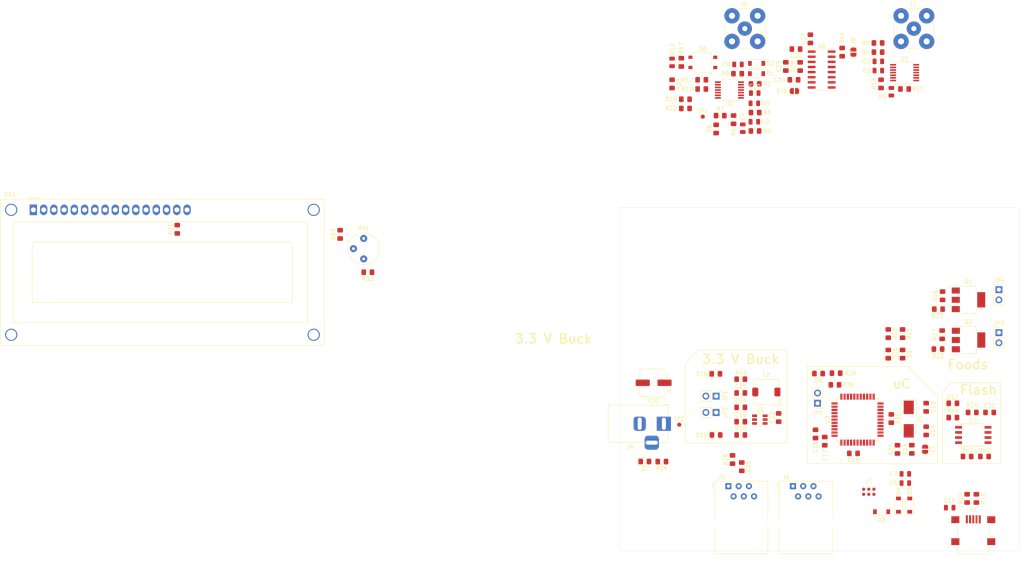
<source format=kicad_pcb>
(kicad_pcb (version 20171130) (host pcbnew 5.1.6-c6e7f7d~86~ubuntu18.04.1)
  (title_block (title pHMeter) (date 2020-06-09) (rev 0.1))
  (layers (0 F.Cu signal) (31 B.Cu signal) (34 B.Paste user) (35 F.Paste user) (36 B.SilkS user) (37 F.SilkS user) (38 B.Mask user) (39 F.Mask user) (44 Edge.Cuts user))
  (net 0 "")
  (net 1 3.3V)
  (net 2 GND)
  (net 3 "Net-(C2-Pad2)")
  (net 4 "Net-(C3-Pad1)")
  (net 5 "Net-(C4-Pad1)")
  (net 6 "Net-(C5-Pad1)")
  (net 7 "Net-(C5-Pad2)")
  (net 8 12V)
  (net 9 "Net-(C8-Pad1)")
  (net 10 "Net-(C8-Pad2)")
  (net 11 B+)
  (net 12 VUSB)
  (net 13 "Net-(C12-Pad1)")
  (net 14 "Net-(C12-Pad2)")
  (net 15 "Net-(C13-Pad1)")
  (net 16 "Net-(C14-Pad1)")
  (net 17 RESET)
  (net 18 AREF)
  (net 19 "Net-(C18-Pad1)")
  (net 20 VDD)
  (net 21 "Net-(C22-Pad2)")
  (net 22 "Net-(C22-Pad1)")
  (net 23 "/24bits ADC/LGND")
  (net 24 "Net-(C30-Pad2)")
  (net 25 "Net-(D1-Pad1)")
  (net 26 "Net-(D3-Pad2)")
  (net 27 "Net-(D6-Pad3)")
  (net 28 "Net-(D6-Pad4)")
  (net 29 "Net-(D8-Pad2)")
  (net 30 "Net-(D9-Pad2)")
  (net 31 "Net-(DS1-Pad3)")
  (net 32 A6)
  (net 33 D6)
  (net 34 "Net-(DS1-Pad7)")
  (net 35 "Net-(DS1-Pad8)")
  (net 36 "Net-(DS1-Pad9)")
  (net 37 "Net-(DS1-Pad10)")
  (net 38 D9)
  (net 39 D11)
  (net 40 D5)
  (net 41 A4)
  (net 42 "Net-(DS1-Pad15)")
  (net 43 MISO)
  (net 44 SCK)
  (net 45 MOSI)
  (net 46 "Net-(J2-Pad1)")
  (net 47 "Net-(J3-Pad2)")
  (net 48 "Net-(J3-Pad1)")
  (net 49 SCL)
  (net 50 SDA)
  (net 51 "Net-(J5-Pad5)")
  (net 52 "Net-(J6-Pad5)")
  (net 53 "Net-(J8-Pad2)")
  (net 54 "Net-(JP3-Pad2)")
  (net 55 "Net-(JP4-Pad2)")
  (net 56 D8)
  (net 57 D12)
  (net 58 "Net-(R7-Pad1)")
  (net 59 "Net-(R11-Pad2)")
  (net 60 B-)
  (net 61 USB_N)
  (net 62 "Net-(R14-Pad2)")
  (net 63 USB_P)
  (net 64 "Net-(R15-Pad2)")
  (net 65 "Net-(R18-Pad2)")
  (net 66 "Net-(R19-Pad2)")
  (net 67 D13)
  (net 68 A+)
  (net 69 HWB)
  (net 70 "Net-(R32-Pad2)")
  (net 71 D10)
  (net 72 D7)
  (net 73 RXLED)
  (net 74 RX)
  (net 75 TX)
  (net 76 TXLED)
  (net 77 A0)
  (net 78 A1)
  (net 79 A2)
  (net 80 A3)
  (net 81 A5)
  (net 82 "Net-(X1-Pad4)")
  (net 83 "Net-(D7-Pad2)")
  (net 84 "Net-(D10-Pad2)")
  (net 85 "Net-(D11-Pad2)")
  (net 86 "Net-(D12-Pad2)")
  (net 87 "Net-(D13-Pad2)")
  (net 88 "Net-(D15-Pad2)")
  (net 89 "Net-(D16-Pad2)")
  (net 90 "Net-(R33-Pad1)")
  (net 91 "Net-(R43-Pad2)")
  (net 92 "Net-(R44-Pad1)")
  (net 93 "Net-(U6-Pad2)")
  (net 94 "Net-(U6-Pad13)")
  (module TestPoint:TestPoint_Pad_D1.0mm (layer F.Cu) (at 195.072 117.348)
    (fp_text reference TP2 (at 0 -1.448) (layer F.SilkS))
    (fp_text value TestPoint)
    (pad 1 smd circle (at 0 0) (size 1 1) (layers F.Cu F.Mask) (net 8 12V))
  )
  (module TestPoint:TestPoint_Pad_D1.0mm (layer F.Cu) (at 200.914 40.894)
    (fp_text reference TP1 (at 0 -1.448) (layer F.SilkS))
    (fp_text value TestPoint)
    (pad 1 smd circle (at 0 0) (size 1 1) (layers F.Cu F.Mask) (net 58 "Net-(R7-Pad1)"))
  )
  (module LED_SMD:LED_0805_2012Metric_Pad1.15x1.40mm_HandSolder (layer F.Cu) (at 204.207 119.888)
    (fp_text reference D15 (at -3.565 0) (layer F.SilkS))
    (fp_text value RED)
    (pad 1 smd roundrect (at -1.025 0) (size 1.15 1.4) (layers F.Cu F.Paste F.Mask) (roundrect_rratio 0.217391) (net 2 GND))
    (pad 2 smd roundrect (at 1.025 0) (size 1.15 1.4) (layers F.Cu F.Paste F.Mask) (roundrect_rratio 0.217391) (net 88 "Net-(D15-Pad2)"))
  )
  (module Capacitor_SMD:C_0805_2012Metric_Pad1.15x1.40mm_HandSolder (layer F.Cu) (at 210.321 116.586 180)
    (fp_text reference C19 (at 0 1.778) (layer F.SilkS))
    (fp_text value 10u)
    (pad 1 smd roundrect (at -1.025 0 180) (size 1.15 1.4) (layers F.Cu F.Paste F.Mask) (roundrect_rratio 0.217391) (net 20 VDD))
    (pad 2 smd roundrect (at 1.025 0 180) (size 1.15 1.4) (layers F.Cu F.Paste F.Mask) (roundrect_rratio 0.217391) (net 2 GND))
  )
  (module Connector_PinHeader_2.54mm:PinHeader_1x02_P2.54mm_Vertical (layer F.Cu) (at 204.216 114.3 270)
    (fp_text reference JP2 (at 0 -2.33 90) (layer F.SilkS))
    (fp_text value JP1E)
    (pad 1 thru_hole rect (at 0 0 270) (size 1.7 1.7) (drill 1) (layers *.Cu *.Mask) (net 8 12V))
    (pad 2 thru_hole oval (at 0 2.54 270) (size 1.7 1.7) (drill 1) (layers *.Cu *.Mask) (net 2 GND))
  )
  (module Capacitor_SMD:C_0805_2012Metric_Pad1.15x1.40mm_HandSolder (layer F.Cu) (at 210.321 109.474)
    (fp_text reference C25 (at 0 -1.65) (layer F.SilkS))
    (fp_text value 22u)
    (pad 2 smd roundrect (at 1.025 0) (size 1.15 1.4) (layers F.Cu F.Paste F.Mask) (roundrect_rratio 0.217391) (net 1 3.3V))
    (pad 1 smd roundrect (at -1.025 0) (size 1.15 1.4) (layers F.Cu F.Paste F.Mask) (roundrect_rratio 0.217391) (net 2 GND))
  )
  (module LED_SMD:LED_0805_2012Metric_Pad1.15x1.40mm_HandSolder (layer F.Cu) (at 204.1435 104.7115)
    (fp_text reference D16 (at -3.4708 -0.0127) (layer F.SilkS))
    (fp_text value RED)
    (pad 2 smd roundrect (at 1.025 0) (size 1.15 1.4) (layers F.Cu F.Paste F.Mask) (roundrect_rratio 0.217391) (net 89 "Net-(D16-Pad2)"))
    (pad 1 smd roundrect (at -1.025 0) (size 1.15 1.4) (layers F.Cu F.Paste F.Mask) (roundrect_rratio 0.217391) (net 2 GND))
  )
  (module Capacitor_SMD:C_0805_2012Metric_Pad1.15x1.40mm_HandSolder (layer F.Cu) (at 219.71 115.561 90)
    (fp_text reference C22 (at 0 -1.65 90) (layer F.SilkS))
    (fp_text value 100n)
    (pad 2 smd roundrect (at 1.025 0 90) (size 1.15 1.4) (layers F.Cu F.Paste F.Mask) (roundrect_rratio 0.217391) (net 21 "Net-(C22-Pad2)"))
    (pad 1 smd roundrect (at -1.025 0 90) (size 1.15 1.4) (layers F.Cu F.Paste F.Mask) (roundrect_rratio 0.217391) (net 22 "Net-(C22-Pad1)"))
  )
  (module Connector_PinHeader_2.54mm:PinHeader_1x02_P2.54mm_Vertical (layer F.Cu) (at 204.216 110.236 270)
    (fp_text reference JP1 (at 0 -2.33 90) (layer F.SilkS))
    (fp_text value JP1E)
    (pad 2 thru_hole oval (at 0 2.54 270) (size 1.7 1.7) (drill 1) (layers *.Cu *.Mask) (net 2 GND))
    (pad 1 thru_hole rect (at 0 0 270) (size 1.7 1.7) (drill 1) (layers *.Cu *.Mask) (net 1 3.3V))
  )
  (module Inductor_SMD:L_TDK_SLF6028 (layer F.Cu) (at 216.662 109.22 180)
    (fp_text reference L2 (at 0 4.318) (layer F.SilkS))
    (fp_text value 3.9u)
    (fp_text user "" (at -49 0.05) (layer F.SilkS) (effects (font (size 3 3))))
    (pad 1 smd roundrect (at -2.75 0 180) (size 1.5 2.2) (layers F.Cu F.Paste F.Mask) (net 22 "Net-(C22-Pad1)"))
    (pad 2 smd roundrect (at 2.75 0 180) (size 1.5 2.2) (layers F.Cu F.Paste F.Mask) (net 1 3.3V))
  )
  (module Capacitor_SMD:C_0805_2012Metric_Pad1.15x1.40mm_HandSolder (layer F.Cu) (at 210.321 113.03)
    (fp_text reference C24 (at 0 -1.65) (layer F.SilkS))
    (fp_text value 22u)
    (pad 2 smd roundrect (at 1.025 0) (size 1.15 1.4) (layers F.Cu F.Paste F.Mask) (roundrect_rratio 0.217391) (net 1 3.3V))
    (pad 1 smd roundrect (at -1.025 0) (size 1.15 1.4) (layers F.Cu F.Paste F.Mask) (roundrect_rratio 0.217391) (net 2 GND))
  )
  (module Resistor_SMD:R_0805_2012Metric_Pad1.15x1.40mm_HandSolder (layer F.Cu) (at 210.321 119.888 180)
    (fp_text reference R39 (at 0.0344 1.6002) (layer F.SilkS))
    (fp_text value 10k)
    (pad 2 smd roundrect (at 1.025 0 180) (size 1.15 1.4) (layers F.Cu F.Paste F.Mask) (roundrect_rratio 0.217391) (net 88 "Net-(D15-Pad2)"))
    (pad 1 smd roundrect (at -1.025 0 180) (size 1.15 1.4) (layers F.Cu F.Paste F.Mask) (roundrect_rratio 0.217391) (net 20 VDD))
  )
  (module Resistor_SMD:R_0805_2012Metric_Pad1.15x1.40mm_HandSolder (layer F.Cu) (at 210.3284 106.045 180)
    (fp_text reference R40 (at -0.0598 1.6002) (layer F.SilkS))
    (fp_text value 1k)
    (pad 1 smd roundrect (at -1.025 0 180) (size 1.15 1.4) (layers F.Cu F.Paste F.Mask) (roundrect_rratio 0.217391) (net 1 3.3V))
    (pad 2 smd roundrect (at 1.025 0 180) (size 1.15 1.4) (layers F.Cu F.Paste F.Mask) (roundrect_rratio 0.217391) (net 89 "Net-(D16-Pad2)"))
  )
  (module Package_TO_SOT_SMD:TSOT-23-6 (layer F.Cu) (at 215.049001 116.073001)
    (fp_text reference U5 (at 0 -2.45) (layer F.SilkS))
    (fp_text value AP63203WU-7)
    (pad 1 smd rect (at -1.31 -0.95) (size 1.22 0.65) (layers F.Cu F.Paste F.Mask) (net 1 3.3V))
    (pad 2 smd rect (at -1.31 0) (size 1.22 0.65) (layers F.Cu F.Paste F.Mask) (net 20 VDD))
    (pad 3 smd rect (at -1.31 0.95) (size 1.22 0.65) (layers F.Cu F.Paste F.Mask) (net 20 VDD))
    (pad 4 smd rect (at 1.31 0.95) (size 1.22 0.65) (layers F.Cu F.Paste F.Mask) (net 2 GND))
    (pad 5 smd rect (at 1.31 0) (size 1.22 0.65) (layers F.Cu F.Paste F.Mask) (net 22 "Net-(C22-Pad1)"))
    (pad 6 smd rect (at 1.31 -0.95) (size 1.22 0.65) (layers F.Cu F.Paste F.Mask) (net 21 "Net-(C22-Pad2)"))
  )
  (module Capacitor_SMD:C_0805_2012Metric (layer F.Cu) (at 244.4265 29.464 180)
    (fp_text reference C1 (at 2.8725 0) (layer F.SilkS))
    (fp_text value 100n)
    (pad 1 smd roundrect (at -0.9375 0 180) (size 0.975 1.4) (layers F.Cu F.Paste F.Mask) (net 1 3.3V))
    (pad 2 smd roundrect (at 0.9375 0 180) (size 0.975 1.4) (layers F.Cu F.Paste F.Mask) (net 2 GND))
  )
  (module Capacitor_SMD:C_0805_2012Metric (layer F.Cu) (at 213.6925 42.164 180)
    (fp_text reference C2 (at -2.7155 0) (layer F.SilkS))
    (fp_text value 100n)
    (pad 2 smd roundrect (at 0.9375 0 180) (size 0.975 1.4) (layers F.Cu F.Paste F.Mask) (net 3 "Net-(C2-Pad2)"))
    (pad 1 smd roundrect (at -0.9375 0 180) (size 0.975 1.4) (layers F.Cu F.Paste F.Mask) (net 2 GND))
  )
  (module Capacitor_SMD:C_0805_2012Metric (layer F.Cu) (at 244.4265 27.178 180)
    (fp_text reference C3 (at 2.8725 0) (layer F.SilkS))
    (fp_text value 100n)
    (pad 2 smd roundrect (at 0.9375 0 180) (size 0.975 1.4) (layers F.Cu F.Paste F.Mask) (net 2 GND))
    (pad 1 smd roundrect (at -0.9375 0 180) (size 0.975 1.4) (layers F.Cu F.Paste F.Mask) (net 4 "Net-(C3-Pad1)"))
  )
  (module Capacitor_SMD:C_0805_2012Metric (layer F.Cu) (at 210.82 43.7665 270)
    (fp_text reference C4 (at -2.8725 0 90) (layer F.SilkS))
    (fp_text value 100n)
    (pad 1 smd roundrect (at -0.9375 0 270) (size 0.975 1.4) (layers F.Cu F.Paste F.Mask) (net 5 "Net-(C4-Pad1)"))
    (pad 2 smd roundrect (at 0.9375 0 270) (size 0.975 1.4) (layers F.Cu F.Paste F.Mask) (net 3 "Net-(C2-Pad2)"))
  )
  (module Capacitor_SMD:C_0805_2012Metric (layer F.Cu) (at 213.6879 37.592 180)
    (fp_text reference C5 (at -2.7201 0) (layer F.SilkS))
    (fp_text value 100n)
    (pad 1 smd roundrect (at -0.9375 0 180) (size 0.975 1.4) (layers F.Cu F.Paste F.Mask) (net 6 "Net-(C5-Pad1)"))
    (pad 2 smd roundrect (at 0.9375 0 180) (size 0.975 1.4) (layers F.Cu F.Paste F.Mask) (net 7 "Net-(C5-Pad2)"))
  )
  (module Capacitor_SMD:C_0805_2012Metric (layer F.Cu) (at 251.1275 131.826 180)
    (fp_text reference C6 (at 2.9695 0) (layer F.SilkS))
    (fp_text value 100n)
    (pad 2 smd roundrect (at 0.9375 0 180) (size 0.975 1.4) (layers F.Cu F.Paste F.Mask) (net 2 GND))
    (pad 1 smd roundrect (at -0.9375 0 180) (size 0.975 1.4) (layers F.Cu F.Paste F.Mask) (net 8 12V))
  )
  (module Capacitor_SMD:C_0805_2012Metric (layer F.Cu) (at 251.1275 129.54 180)
    (fp_text reference C7 (at 2.9695 0) (layer F.SilkS))
    (fp_text value 10u)
    (pad 1 smd roundrect (at -0.9375 0 180) (size 0.975 1.4) (layers F.Cu F.Paste F.Mask) (net 8 12V))
    (pad 2 smd roundrect (at 0.9375 0 180) (size 0.975 1.4) (layers F.Cu F.Paste F.Mask) (net 2 GND))
  )
  (module Capacitor_SMD:C_0805_2012Metric (layer F.Cu) (at 209.6285 27.94 180)
    (fp_text reference C8 (at 2.8725 0) (layer F.SilkS))
    (fp_text value 100n)
    (pad 1 smd roundrect (at -0.9375 0 180) (size 0.975 1.4) (layers F.Cu F.Paste F.Mask) (net 9 "Net-(C8-Pad1)"))
    (pad 2 smd roundrect (at 0.9375 0 180) (size 0.975 1.4) (layers F.Cu F.Paste F.Mask) (net 10 "Net-(C8-Pad2)"))
  )
  (module Capacitor_SMD:C_0805_2012Metric (layer F.Cu) (at 247.65 34.7195 270)
    (fp_text reference C9 (at 1.0945 2.286 180) (layer F.SilkS))
    (fp_text value 22u)
    (pad 2 smd roundrect (at 0.9375 0 270) (size 0.975 1.4) (layers F.Cu F.Paste F.Mask) (net 2 GND))
    (pad 1 smd roundrect (at -0.9375 0 270) (size 0.975 1.4) (layers F.Cu F.Paste F.Mask) (net 11 B+))
  )
  (module Capacitor_SMD:C_0805_2012Metric (layer F.Cu) (at 213.7895 35.052)
    (fp_text reference C10 (at 0 -1.65) (layer F.SilkS))
    (fp_text value 100n)
    (pad 2 smd roundrect (at 0.9375 0) (size 0.975 1.4) (layers F.Cu F.Paste F.Mask) (net 2 GND))
    (pad 1 smd roundrect (at -0.9375 0) (size 0.975 1.4) (layers F.Cu F.Paste F.Mask) (net 1 3.3V))
  )
  (module Capacitor_SMD:C_0805_2012Metric (layer F.Cu) (at 262.128 137.922 180)
    (fp_text reference C11 (at 0 1.778) (layer F.SilkS))
    (fp_text value 10u)
    (pad 2 smd roundrect (at 0.9375 0 180) (size 0.975 1.4) (layers F.Cu F.Paste F.Mask) (net 2 GND))
    (pad 1 smd roundrect (at -0.9375 0 180) (size 0.975 1.4) (layers F.Cu F.Paste F.Mask) (net 12 VUSB))
  )
  (module Capacitor_SMD:C_0805_2012Metric (layer F.Cu) (at 193.294 27.432 270)
    (fp_text reference C12 (at -3.302 0 90) (layer F.SilkS))
    (fp_text value 100n)
    (pad 1 smd roundrect (at -0.9375 0 270) (size 0.975 1.4) (layers F.Cu F.Paste F.Mask) (net 13 "Net-(C12-Pad1)"))
    (pad 2 smd roundrect (at 0.9375 0 270) (size 0.975 1.4) (layers F.Cu F.Paste F.Mask) (net 14 "Net-(C12-Pad2)"))
  )
  (module Capacitor_SMD:C_0805_2012Metric_Pad1.15x1.40mm_HandSolder (layer F.Cu) (at 224.019 24.13 180)
    (fp_text reference C26 (at 0 -1.65) (layer F.SilkS))
    (fp_text value 100nF)
    (pad 1 smd roundrect (at -1.025 0 180) (size 1.15 1.4) (layers F.Cu F.Paste F.Mask) (roundrect_rratio 0.217391) (net 1 3.3V))
    (pad 2 smd roundrect (at 1.025 0 180) (size 1.15 1.4) (layers F.Cu F.Paste F.Mask) (roundrect_rratio 0.217391) (net 2 GND))
  )
  (module Capacitor_SMD:C_0805_2012Metric_Pad1.15x1.40mm_HandSolder (layer F.Cu) (at 227.584 21.599 90)
    (fp_text reference C27 (at 0 -1.65 90) (layer F.SilkS))
    (fp_text value 10uF)
    (pad 1 smd roundrect (at -1.025 0 90) (size 1.15 1.4) (layers F.Cu F.Paste F.Mask) (roundrect_rratio 0.217391) (net 1 3.3V))
    (pad 2 smd roundrect (at 1.025 0 90) (size 1.15 1.4) (layers F.Cu F.Paste F.Mask) (roundrect_rratio 0.217391) (net 2 GND))
  )
  (module Capacitor_SMD:C_0805_2012Metric_Pad1.15x1.40mm_HandSolder (layer F.Cu) (at 225.044 28.439 270)
    (fp_text reference C28 (at 0.009 1.778 90) (layer F.SilkS))
    (fp_text value 100nF)
    (pad 1 smd roundrect (at -1.025 0 270) (size 1.15 1.4) (layers F.Cu F.Paste F.Mask) (roundrect_rratio 0.217391) (net 1 3.3V))
    (pad 2 smd roundrect (at 1.025 0 270) (size 1.15 1.4) (layers F.Cu F.Paste F.Mask) (roundrect_rratio 0.217391) (net 23 "/24bits ADC/LGND"))
  )
  (module Capacitor_SMD:C_0805_2012Metric_Pad1.15x1.40mm_HandSolder (layer F.Cu) (at 221.488 28.439 270)
    (fp_text reference C29 (at 0 1.778 90) (layer F.SilkS))
    (fp_text value 10uF)
    (pad 2 smd roundrect (at 1.025 0 270) (size 1.15 1.4) (layers F.Cu F.Paste F.Mask) (roundrect_rratio 0.217391) (net 23 "/24bits ADC/LGND"))
    (pad 1 smd roundrect (at -1.025 0 270) (size 1.15 1.4) (layers F.Cu F.Paste F.Mask) (roundrect_rratio 0.217391) (net 1 3.3V))
  )
  (module Capacitor_SMD:C_0805_2012Metric_Pad1.15x1.40mm_HandSolder (layer F.Cu) (at 223.511 31.75)
    (fp_text reference C30 (at -3.547 0) (layer F.SilkS))
    (fp_text value 100nF)
    (pad 2 smd roundrect (at 1.025 0) (size 1.15 1.4) (layers F.Cu F.Paste F.Mask) (roundrect_rratio 0.217391) (net 24 "Net-(C30-Pad2)"))
    (pad 1 smd roundrect (at -1.025 0) (size 1.15 1.4) (layers F.Cu F.Paste F.Mask) (roundrect_rratio 0.217391) (net 23 "/24bits ADC/LGND"))
  )
  (module Capacitor_SMD:C_0805_2012Metric_Pad1.15x1.40mm_HandSolder (layer F.Cu) (at 272.025 114.3)
    (fp_text reference C31 (at 0 -1.65) (layer F.SilkS))
    (fp_text value 10u)
    (pad 1 smd roundrect (at -1.025 0) (size 1.15 1.4) (layers F.Cu F.Paste F.Mask) (roundrect_rratio 0.217391) (net 1 3.3V))
    (pad 2 smd roundrect (at 1.025 0) (size 1.15 1.4) (layers F.Cu F.Paste F.Mask) (roundrect_rratio 0.217391) (net 2 GND))
  )
  (module Diode_SMD:D_SOD-123 (layer F.Cu) (at 214.25 30.226)
    (fp_text reference D1 (at 3.428 0) (layer F.SilkS))
    (fp_text value D)
    (pad 1 smd rect (at -1.65 0) (size 0.9 1.2) (layers F.Cu F.Paste F.Mask) (net 25 "Net-(D1-Pad1)"))
    (pad 2 smd rect (at 1.65 0) (size 0.9 1.2) (layers F.Cu F.Paste F.Mask) (net 6 "Net-(C5-Pad1)"))
  )
  (module Diode_SMD:D_SOD-123 (layer F.Cu) (at 214.248 27.686 180)
    (fp_text reference D2 (at -3.43 0) (layer F.SilkS))
    (fp_text value D)
    (pad 2 smd rect (at 1.65 0 180) (size 0.9 1.2) (layers F.Cu F.Paste F.Mask) (net 25 "Net-(D1-Pad1)"))
    (pad 1 smd rect (at -1.65 0 180) (size 0.9 1.2) (layers F.Cu F.Paste F.Mask) (net 6 "Net-(C5-Pad1)"))
  )
  (module Diode_SMD:D_SOD-123 (layer F.Cu) (at 245.236 138.938 180)
    (fp_text reference D3 (at 0 -2) (layer F.SilkS))
    (fp_text value D_Schottky)
    (pad 1 smd rect (at -1.65 0 180) (size 0.9 1.2) (layers F.Cu F.Paste F.Mask) (net 20 VDD))
    (pad 2 smd rect (at 1.65 0 180) (size 0.9 1.2) (layers F.Cu F.Paste F.Mask) (net 26 "Net-(D3-Pad2)"))
  )
  (module Diode_SMD:D_SOD-123 (layer F.Cu) (at 249.428 137.286 90)
    (fp_text reference D4 (at 3.428 0 90) (layer F.SilkS))
    (fp_text value D_Schottky)
    (pad 2 smd rect (at 1.65 0 90) (size 0.9 1.2) (layers F.Cu F.Paste F.Mask) (net 12 VUSB))
    (pad 1 smd rect (at -1.65 0 90) (size 0.9 1.2) (layers F.Cu F.Paste F.Mask) (net 20 VDD))
  )
  (module Diode_SMD:D_SOD-123 (layer F.Cu) (at 252.222 137.287 90)
    (fp_text reference D5 (at 3.429 0 90) (layer F.SilkS))
    (fp_text value D_Schottky)
    (pad 1 smd rect (at -1.65 0 90) (size 0.9 1.2) (layers F.Cu F.Paste F.Mask) (net 20 VDD))
    (pad 2 smd rect (at 1.65 0 90) (size 0.9 1.2) (layers F.Cu F.Paste F.Mask) (net 8 12V))
  )
  (module Package_TO_SOT_SMD:TO-269AA (layer F.Cu) (at 200.914 27.432)
    (fp_text reference D6 (at 0 -3.4) (layer F.SilkS))
    (fp_text value MB2S)
    (pad 1 smd rect (at -3.075 -1.27) (size 1 0.8) (layers F.Cu F.Paste F.Mask) (net 13 "Net-(C12-Pad1)"))
    (pad 2 smd rect (at -3.075 1.27) (size 1 0.8) (layers F.Cu F.Paste F.Mask) (net 14 "Net-(C12-Pad2)"))
    (pad 3 smd rect (at 3.075 1.27) (size 1 0.8) (layers F.Cu F.Paste F.Mask) (net 27 "Net-(D6-Pad3)"))
    (pad 4 smd rect (at 3.075 -1.27) (size 1 0.8) (layers F.Cu F.Paste F.Mask) (net 28 "Net-(D6-Pad4)"))
  )
  (module Display:WC1602A (layer F.Cu) (at 34.945001 64.020001)
    (fp_text reference DS1 (at -5.82 -3.81) (layer F.SilkS))
    (fp_text value WC1602A)
    (pad 1 thru_hole rect (at 0 0) (size 1.8 2.6) (drill 1.2) (layers *.Cu *.Mask) (net 2 GND))
    (pad 2 thru_hole oval (at 2.54 0) (size 1.8 2.6) (drill 1.2) (layers *.Cu *.Mask) (net 67 D13))
    (pad 3 thru_hole oval (at 5.08 0) (size 1.8 2.6) (drill 1.2) (layers *.Cu *.Mask) (net 31 "Net-(DS1-Pad3)"))
    (pad 4 thru_hole oval (at 7.62 0) (size 1.8 2.6) (drill 1.2) (layers *.Cu *.Mask) (net 32 A6))
    (pad 5 thru_hole oval (at 10.16 0) (size 1.8 2.6) (drill 1.2) (layers *.Cu *.Mask) (net 2 GND))
    (pad 6 thru_hole oval (at 12.7 0) (size 1.8 2.6) (drill 1.2) (layers *.Cu *.Mask) (net 33 D6))
    (pad 7 thru_hole oval (at 15.24 0) (size 1.8 2.6) (drill 1.2) (layers *.Cu *.Mask) (net 34 "Net-(DS1-Pad7)"))
    (pad 8 thru_hole oval (at 17.78 0) (size 1.8 2.6) (drill 1.2) (layers *.Cu *.Mask) (net 35 "Net-(DS1-Pad8)"))
    (pad 9 thru_hole oval (at 20.32 0) (size 1.8 2.6) (drill 1.2) (layers *.Cu *.Mask) (net 36 "Net-(DS1-Pad9)"))
    (pad 10 thru_hole oval (at 22.86 0) (size 1.8 2.6) (drill 1.2) (layers *.Cu *.Mask) (net 37 "Net-(DS1-Pad10)"))
    (pad 11 thru_hole oval (at 25.4 0) (size 1.8 2.6) (drill 1.2) (layers *.Cu *.Mask) (net 38 D9))
    (pad 12 thru_hole oval (at 27.94 0) (size 1.8 2.6) (drill 1.2) (layers *.Cu *.Mask) (net 39 D11))
    (pad 13 thru_hole oval (at 30.48 0) (size 1.8 2.6) (drill 1.2) (layers *.Cu *.Mask) (net 40 D5))
    (pad 14 thru_hole oval (at 33.02 0) (size 1.8 2.6) (drill 1.2) (layers *.Cu *.Mask) (net 71 D10))
    (pad 15 thru_hole oval (at 35.56 0) (size 1.8 2.6) (drill 1.2) (layers *.Cu *.Mask) (net 42 "Net-(DS1-Pad15)"))
    (pad 16 thru_hole oval (at 38.1 0) (size 1.8 2.6) (drill 1.2) (layers *.Cu *.Mask) (net 2 GND))
    (pad "" thru_hole circle (at -5.4991 0) (size 3 3) (drill 2.5) (layers *.Cu *.Mask))
    (pad "" thru_hole circle (at -5.4991 31.0007) (size 3 3) (drill 2.5) (layers *.Cu *.Mask))
    (pad "" thru_hole circle (at 69.49948 31.0007) (size 3 3) (drill 2.5) (layers *.Cu *.Mask))
    (pad "" thru_hole circle (at 69.5 0) (size 3 3) (drill 2.5) (layers *.Cu *.Mask))
  )
  (module Connector:Tag-Connect_TC2030-IDC-NL_2x03_P1.27mm_Vertical (layer F.Cu) (at 242.062 133.985 180)
    (fp_text reference J1 (at 0 2.7) (layer F.SilkS))
    (fp_text value Conn_02x03_Odd_Even)
    (pad "" np_thru_hole circle (at 2.54 -1.016 180) (size 0.9906 0.9906) (drill 0.9906) (layers *.Cu *.Mask))
    (pad "" np_thru_hole circle (at 2.54 1.016 180) (size 0.9906 0.9906) (drill 0.9906) (layers *.Cu *.Mask))
    (pad "" np_thru_hole circle (at -2.54 0 180) (size 0.9906 0.9906) (drill 0.9906) (layers *.Cu *.Mask))
    (pad 1 connect circle (at -1.27 0.635 180) (size 0.7874 0.7874) (layers F.Cu F.Mask) (net 43 MISO))
    (pad 2 connect circle (at -1.27 -0.635 180) (size 0.7874 0.7874) (layers F.Cu F.Mask) (net 26 "Net-(D3-Pad2)"))
    (pad 3 connect circle (at 0 0.635 180) (size 0.7874 0.7874) (layers F.Cu F.Mask) (net 44 SCK))
    (pad 4 connect circle (at 0 -0.635 180) (size 0.7874 0.7874) (layers F.Cu F.Mask) (net 45 MOSI))
    (pad 5 connect circle (at 1.27 0.635 180) (size 0.7874 0.7874) (layers F.Cu F.Mask) (net 17 RESET))
    (pad 6 connect circle (at 1.27 -0.635 180) (size 0.7874 0.7874) (layers F.Cu F.Mask) (net 2 GND))
  )
  (module Connector_Coaxial:BNC_TEConnectivity_1478204_Vertical (layer F.Cu) (at 211.328 19.05)
    (fp_text reference J2 (at -0.25 -6.25) (layer F.SilkS))
    (fp_text value Conn_Coaxial_Power)
    (pad 2 thru_hole circle (at 3.175 3.175) (size 3.81 3.81) (drill 1.524) (layers *.Cu *.Mask) (net 2 GND))
    (pad 2 thru_hole circle (at -3.175 3.175) (size 3.81 3.81) (drill 1.524) (layers *.Cu *.Mask) (net 2 GND))
    (pad 2 thru_hole circle (at 3.175 -3.175) (size 3.81 3.81) (drill 1.524) (layers *.Cu *.Mask) (net 2 GND))
    (pad 1 thru_hole circle (at 0 0) (size 3.556 3.556) (drill 1.27) (layers *.Cu *.Mask) (net 46 "Net-(J2-Pad1)"))
    (pad 2 thru_hole circle (at -3.175 -3.175) (size 3.81 3.81) (drill 1.524) (layers *.Cu *.Mask) (net 2 GND))
  )
  (module Connector_Coaxial:BNC_TEConnectivity_1478204_Vertical (layer F.Cu) (at 253.238 19.05)
    (fp_text reference J3 (at -0.25 -6.25) (layer F.SilkS))
    (fp_text value Conn_Coaxial_Power)
    (pad 2 thru_hole circle (at -3.175 -3.175) (size 3.81 3.81) (drill 1.524) (layers *.Cu *.Mask) (net 47 "Net-(J3-Pad2)"))
    (pad 1 thru_hole circle (at 0 0) (size 3.556 3.556) (drill 1.27) (layers *.Cu *.Mask) (net 48 "Net-(J3-Pad1)"))
    (pad 2 thru_hole circle (at 3.175 -3.175) (size 3.81 3.81) (drill 1.524) (layers *.Cu *.Mask) (net 47 "Net-(J3-Pad2)"))
    (pad 2 thru_hole circle (at -3.175 3.175) (size 3.81 3.81) (drill 1.524) (layers *.Cu *.Mask) (net 47 "Net-(J3-Pad2)"))
    (pad 2 thru_hole circle (at 3.175 3.175) (size 3.81 3.81) (drill 1.524) (layers *.Cu *.Mask) (net 47 "Net-(J3-Pad2)"))
  )
  (module Connector_BarrelJack:BarrelJack_Horizontal (layer F.Cu) (at 191.262 117.094)
    (fp_text reference J4 (at -8.45 5.75) (layer F.SilkS))
    (fp_text value Conn_Coaxial_Power)
    (pad 1 thru_hole rect (at 0 0) (size 3.5 3.5) (drill oval 1 3) (layers *.Cu *.Mask) (net 8 12V))
    (pad 2 thru_hole roundrect (at -6 0) (size 3 3.5) (drill oval 1 3) (layers *.Cu *.Mask) (net 2 GND))
    (pad 3 thru_hole roundrect (at -3 4.7) (size 3.5 3.5) (drill oval 3 1) (layers *.Cu *.Mask))
  )
  (module Connector_RJ:RJ12_Amphenol_54601 (layer F.Cu) (at 207.264 132.588)
    (fp_text reference J5 (at -1.67 -2.16) (layer F.SilkS))
    (fp_text value RJ12)
    (pad 1 thru_hole rect (at 0 0) (size 1.52 1.52) (drill 0.76) (layers *.Cu *.Mask) (net 8 12V))
    (pad "" np_thru_hole circle (at -1.91 8.89) (size 3.25 3.25) (drill 3.25) (layers *.Cu *.Mask))
    (pad 2 thru_hole circle (at 1.27 2.54) (size 1.52 1.52) (drill 0.76) (layers *.Cu *.Mask) (net 49 SCL))
    (pad 3 thru_hole circle (at 2.54 0) (size 1.52 1.52) (drill 0.76) (layers *.Cu *.Mask) (net 50 SDA))
    (pad 4 thru_hole circle (at 3.81 2.54) (size 1.52 1.52) (drill 0.76) (layers *.Cu *.Mask) (net 2 GND))
    (pad 5 thru_hole circle (at 5.08 0) (size 1.52 1.52) (drill 0.76) (layers *.Cu *.Mask) (net 51 "Net-(J5-Pad5)"))
    (pad 6 thru_hole circle (at 6.35 2.54) (size 1.52 1.52) (drill 0.76) (layers *.Cu *.Mask) (net 2 GND))
    (pad "" np_thru_hole circle (at 8.25 8.89) (size 3.25 3.25) (drill 3.25) (layers *.Cu *.Mask))
  )
  (module Connector_RJ:RJ12_Amphenol_54601 (layer F.Cu) (at 223.266 132.588)
    (fp_text reference J6 (at -1.67 -2.16) (layer F.SilkS))
    (fp_text value RJ12)
    (pad "" np_thru_hole circle (at 8.25 8.89) (size 3.25 3.25) (drill 3.25) (layers *.Cu *.Mask))
    (pad 6 thru_hole circle (at 6.35 2.54) (size 1.52 1.52) (drill 0.76) (layers *.Cu *.Mask) (net 2 GND))
    (pad 5 thru_hole circle (at 5.08 0) (size 1.52 1.52) (drill 0.76) (layers *.Cu *.Mask) (net 52 "Net-(J6-Pad5)"))
    (pad 4 thru_hole circle (at 3.81 2.54) (size 1.52 1.52) (drill 0.76) (layers *.Cu *.Mask) (net 2 GND))
    (pad 3 thru_hole circle (at 2.54 0) (size 1.52 1.52) (drill 0.76) (layers *.Cu *.Mask) (net 50 SDA))
    (pad 2 thru_hole circle (at 1.27 2.54) (size 1.52 1.52) (drill 0.76) (layers *.Cu *.Mask) (net 49 SCL))
    (pad "" np_thru_hole circle (at -1.91 8.89) (size 3.25 3.25) (drill 3.25) (layers *.Cu *.Mask))
    (pad 1 thru_hole rect (at 0 0) (size 1.52 1.52) (drill 0.76) (layers *.Cu *.Mask) (net 8 12V))
  )
  (module Jumper:SolderJumper-2_P1.3mm_Open_RoundedPad1.0x1.5mm (layer F.Cu) (at 238.252 24.892 270)
    (fp_text reference J8 (at -2.794 0 90) (layer F.SilkS))
    (fp_text value SJ)
    (pad 1 smd custom (at -0.65 0 270) (size 1 0.5) (layers F.Cu F.Mask) (net 2 GND) (options (clearance outline) (anchor rect)) (primitives (gr_circle (center 0 0.25) (end 0.5 0.25) (width 0)) (gr_circle (center 0 -0.25) (end 0.5 -0.25) (width 0)) (gr_poly (pts (xy 0 -0.75) (xy 0.5 -0.75) (xy 0.5 0.75) (xy 0 0.75)) (width 0))))
    (pad 2 smd custom (at 0.65 0 270) (size 1 0.5) (layers F.Cu F.Mask) (net 53 "Net-(J8-Pad2)") (options (clearance outline) (anchor rect)) (primitives (gr_circle (center 0 0.25) (end 0.5 0.25) (width 0)) (gr_circle (center 0 -0.25) (end 0.5 -0.25) (width 0)) (gr_poly (pts (xy 0 -0.75) (xy -0.5 -0.75) (xy -0.5 0.75) (xy 0 0.75)) (width 0))))
  )
  (module Connector_PinHeader_2.54mm:PinHeader_1x02_P2.54mm_Vertical (layer F.Cu) (at 274.32 94.488)
    (fp_text reference JP3 (at 0 -2.33) (layer F.SilkS))
    (fp_text value acidic)
    (pad 1 thru_hole rect (at 0 0) (size 1.7 1.7) (drill 1) (layers *.Cu *.Mask) (net 8 12V))
    (pad 2 thru_hole oval (at 0 2.54) (size 1.7 1.7) (drill 1) (layers *.Cu *.Mask) (net 54 "Net-(JP3-Pad2)"))
  )
  (module Connector_PinHeader_2.54mm:PinHeader_1x02_P2.54mm_Vertical (layer F.Cu) (at 274.32 83.82)
    (fp_text reference JP4 (at 0 -2.33) (layer F.SilkS))
    (fp_text value alkaline)
    (pad 2 thru_hole oval (at 0 2.54) (size 1.7 1.7) (drill 1) (layers *.Cu *.Mask) (net 55 "Net-(JP4-Pad2)"))
    (pad 1 thru_hole rect (at 0 0) (size 1.7 1.7) (drill 1) (layers *.Cu *.Mask) (net 8 12V))
  )
  (module Package_TO_SOT_SMD:SOT-223-3_TabPin2 (layer F.Cu) (at 266.783001 86.343001)
    (fp_text reference Q1 (at 0 -4.5) (layer F.SilkS))
    (fp_text value BSP75)
    (pad 1 smd rect (at -3.15 -2.3) (size 2 1.5) (layers F.Cu F.Paste F.Mask) (net 56 D8))
    (pad 3 smd rect (at -3.15 2.3) (size 2 1.5) (layers F.Cu F.Paste F.Mask) (net 2 GND))
    (pad 2 smd rect (at -3.15 0) (size 2 1.5) (layers F.Cu F.Paste F.Mask) (net 55 "Net-(JP4-Pad2)"))
    (pad 2 smd rect (at 3.15 0) (size 2 3.8) (layers F.Cu F.Paste F.Mask) (net 55 "Net-(JP4-Pad2)"))
  )
  (module Package_TO_SOT_SMD:SOT-223-3_TabPin2 (layer F.Cu) (at 266.800001 96.319001)
    (fp_text reference Q2 (at 0 -4.5) (layer F.SilkS))
    (fp_text value BSP75)
    (pad 2 smd rect (at 3.15 0) (size 2 3.8) (layers F.Cu F.Paste F.Mask) (net 54 "Net-(JP3-Pad2)"))
    (pad 2 smd rect (at -3.15 0) (size 2 1.5) (layers F.Cu F.Paste F.Mask) (net 54 "Net-(JP3-Pad2)"))
    (pad 3 smd rect (at -3.15 2.3) (size 2 1.5) (layers F.Cu F.Paste F.Mask) (net 2 GND))
    (pad 1 smd rect (at -3.15 -2.3) (size 2 1.5) (layers F.Cu F.Paste F.Mask) (net 57 D12))
  )
  (module Resistor_SMD:R_0805_2012Metric_Pad1.15x1.40mm_HandSolder (layer F.Cu) (at 213.859 44.45)
    (fp_text reference R1 (at 3.057 0) (layer F.SilkS))
    (fp_text value 1k)
    (pad 2 smd roundrect (at 1.025 0) (size 1.15 1.4) (layers F.Cu F.Paste F.Mask) (roundrect_rratio 0.217391) (net 2 GND))
    (pad 1 smd roundrect (at -1.025 0) (size 1.15 1.4) (layers F.Cu F.Paste F.Mask) (roundrect_rratio 0.217391) (net 3 "Net-(C2-Pad2)"))
  )
  (module Resistor_SMD:R_0805_2012Metric_Pad1.15x1.40mm_HandSolder (layer F.Cu) (at 213.877 32.766)
    (fp_text reference R2 (at 3.039 0) (layer F.SilkS))
    (fp_text value 10k)
    (pad 2 smd roundrect (at 1.025 0) (size 1.15 1.4) (layers F.Cu F.Paste F.Mask) (roundrect_rratio 0.217391) (net 2 GND))
    (pad 1 smd roundrect (at -1.025 0) (size 1.15 1.4) (layers F.Cu F.Paste F.Mask) (roundrect_rratio 0.217391) (net 25 "Net-(D1-Pad1)"))
  )
  (module Resistor_SMD:R_0805_2012Metric_Pad1.15x1.40mm_HandSolder (layer F.Cu) (at 244.357 22.606 180)
    (fp_text reference R3 (at 3.057 0) (layer F.SilkS))
    (fp_text value 10k)
    (pad 1 smd roundrect (at -1.025 0 180) (size 1.15 1.4) (layers F.Cu F.Paste F.Mask) (roundrect_rratio 0.217391) (net 4 "Net-(C3-Pad1)"))
    (pad 2 smd roundrect (at 1.025 0 180) (size 1.15 1.4) (layers F.Cu F.Paste F.Mask) (roundrect_rratio 0.217391) (net 1 3.3V))
  )
  (module Resistor_SMD:R_0805_2012Metric_Pad1.15x1.40mm_HandSolder (layer F.Cu) (at 244.357 24.892 180)
    (fp_text reference R4 (at 3.057 0) (layer F.SilkS))
    (fp_text value 10k)
    (pad 2 smd roundrect (at 1.025 0 180) (size 1.15 1.4) (layers F.Cu F.Paste F.Mask) (roundrect_rratio 0.217391) (net 2 GND))
    (pad 1 smd roundrect (at -1.025 0 180) (size 1.15 1.4) (layers F.Cu F.Paste F.Mask) (roundrect_rratio 0.217391) (net 4 "Net-(C3-Pad1)"))
  )
  (module Resistor_SMD:R_0805_2012Metric_Pad1.15x1.40mm_HandSolder (layer F.Cu) (at 213.877 39.878)
    (fp_text reference R5 (at 3.039 0) (layer F.SilkS))
    (fp_text value 22k)
    (pad 2 smd roundrect (at 1.025 0) (size 1.15 1.4) (layers F.Cu F.Paste F.Mask) (roundrect_rratio 0.217391) (net 25 "Net-(D1-Pad1)"))
    (pad 1 smd roundrect (at -1.025 0) (size 1.15 1.4) (layers F.Cu F.Paste F.Mask) (roundrect_rratio 0.217391) (net 7 "Net-(C5-Pad2)"))
  )
  (module Resistor_SMD:R_0805_2012Metric_Pad1.15x1.40mm_HandSolder (layer F.Cu) (at 208.534 41.647 270)
    (fp_text reference R6 (at 3.057 0 90) (layer F.SilkS))
    (fp_text value 1k)
    (pad 1 smd roundrect (at -1.025 0 270) (size 1.15 1.4) (layers F.Cu F.Paste F.Mask) (roundrect_rratio 0.217391) (net 7 "Net-(C5-Pad2)"))
    (pad 2 smd roundrect (at 1.025 0 270) (size 1.15 1.4) (layers F.Cu F.Paste F.Mask) (roundrect_rratio 0.217391) (net 5 "Net-(C4-Pad1)"))
  )
  (module Resistor_SMD:R_0805_2012Metric_Pad1.15x1.40mm_HandSolder (layer F.Cu) (at 205.223 40.64)
    (fp_text reference R7 (at 0 -1.65) (layer F.SilkS))
    (fp_text value 1k)
    (pad 1 smd roundrect (at -1.025 0) (size 1.15 1.4) (layers F.Cu F.Paste F.Mask) (roundrect_rratio 0.217391) (net 58 "Net-(R7-Pad1)"))
    (pad 2 smd roundrect (at 1.025 0) (size 1.15 1.4) (layers F.Cu F.Paste F.Mask) (roundrect_rratio 0.217391) (net 7 "Net-(C5-Pad2)"))
  )
  (module Resistor_SMD:R_0805_2012Metric_Pad1.15x1.40mm_HandSolder (layer F.Cu) (at 204.216 43.951 90)
    (fp_text reference R8 (at 0 -1.65 90) (layer F.SilkS))
    (fp_text value 1k)
    (pad 2 smd roundrect (at 1.025 0 90) (size 1.15 1.4) (layers F.Cu F.Paste F.Mask) (roundrect_rratio 0.217391) (net 58 "Net-(R7-Pad1)"))
    (pad 1 smd roundrect (at -1.025 0 90) (size 1.15 1.4) (layers F.Cu F.Paste F.Mask) (roundrect_rratio 0.217391) (net 2 GND))
  )
  (module Resistor_SMD:R_0805_2012Metric_Pad1.15x1.40mm_HandSolder (layer F.Cu) (at 209.541 30.226 180)
    (fp_text reference R9 (at 3.039 0) (layer F.SilkS))
    (fp_text value 1k)
    (pad 1 smd roundrect (at -1.025 0 180) (size 1.15 1.4) (layers F.Cu F.Paste F.Mask) (roundrect_rratio 0.217391) (net 9 "Net-(C8-Pad1)"))
    (pad 2 smd roundrect (at 1.025 0 180) (size 1.15 1.4) (layers F.Cu F.Paste F.Mask) (roundrect_rratio 0.217391) (net 46 "Net-(J2-Pad1)"))
  )
  (module Resistor_SMD:R_0805_2012Metric_Pad1.15x1.40mm_HandSolder (layer F.Cu) (at 200.651 34.036)
    (fp_text reference R10 (at -3.547 0) (layer F.SilkS))
    (fp_text value 1k)
    (pad 2 smd roundrect (at 1.025 0) (size 1.15 1.4) (layers F.Cu F.Paste F.Mask) (roundrect_rratio 0.217391) (net 10 "Net-(C8-Pad2)"))
    (pad 1 smd roundrect (at -1.025 0) (size 1.15 1.4) (layers F.Cu F.Paste F.Mask) (roundrect_rratio 0.217391) (net 2 GND))
  )
  (module Resistor_SMD:R_0805_2012Metric_Pad1.15x1.40mm_HandSolder (layer F.Cu) (at 250.943 34.036)
    (fp_text reference R11 (at 3.311 0) (layer F.SilkS))
    (fp_text value 56.2k)
    (pad 2 smd roundrect (at 1.025 0) (size 1.15 1.4) (layers F.Cu F.Paste F.Mask) (roundrect_rratio 0.217391) (net 59 "Net-(R11-Pad2)"))
    (pad 1 smd roundrect (at -1.025 0) (size 1.15 1.4) (layers F.Cu F.Paste F.Mask) (roundrect_rratio 0.217391) (net 11 B+))
  )
  (module Resistor_SMD:R_0805_2012Metric_Pad1.15x1.40mm_HandSolder (layer F.Cu) (at 200.651 31.75)
    (fp_text reference R12 (at -3.547 0) (layer F.SilkS))
    (fp_text value 1k)
    (pad 1 smd roundrect (at -1.025 0) (size 1.15 1.4) (layers F.Cu F.Paste F.Mask) (roundrect_rratio 0.217391) (net 2 GND))
    (pad 2 smd roundrect (at 1.025 0) (size 1.15 1.4) (layers F.Cu F.Paste F.Mask) (roundrect_rratio 0.217391) (net 28 "Net-(D6-Pad4)"))
  )
  (module Resistor_SMD:R_0805_2012Metric_Pad1.15x1.40mm_HandSolder (layer F.Cu) (at 245.11 32.757 270)
    (fp_text reference R13 (at 0.009 1.778 270) (layer F.SilkS))
    (fp_text value 10k)
    (pad 1 smd roundrect (at -1.025 0 270) (size 1.15 1.4) (layers F.Cu F.Paste F.Mask) (roundrect_rratio 0.217391) (net 60 B-))
    (pad 2 smd roundrect (at 1.025 0 270) (size 1.15 1.4) (layers F.Cu F.Paste F.Mask) (roundrect_rratio 0.217391) (net 11 B+))
  )
  (module Resistor_SMD:R_0805_2012Metric_Pad1.15x1.40mm_HandSolder (layer F.Cu) (at 266.446 135.627 90)
    (fp_text reference R14 (at 0 -1.65 90) (layer F.SilkS))
    (fp_text value 22)
    (pad 1 smd roundrect (at -1.025 0 90) (size 1.15 1.4) (layers F.Cu F.Paste F.Mask) (roundrect_rratio 0.217391) (net 61 USB_N))
    (pad 2 smd roundrect (at 1.025 0 90) (size 1.15 1.4) (layers F.Cu F.Paste F.Mask) (roundrect_rratio 0.217391) (net 62 "Net-(R14-Pad2)"))
  )
  (module Resistor_SMD:R_0805_2012Metric_Pad1.15x1.40mm_HandSolder (layer F.Cu) (at 268.732 135.627 90)
    (fp_text reference R15 (at -0.009 1.778 90) (layer F.SilkS))
    (fp_text value 22)
    (pad 1 smd roundrect (at -1.025 0 90) (size 1.15 1.4) (layers F.Cu F.Paste F.Mask) (roundrect_rratio 0.217391) (net 63 USB_P))
    (pad 2 smd roundrect (at 1.025 0 90) (size 1.15 1.4) (layers F.Cu F.Paste F.Mask) (roundrect_rratio 0.217391) (net 64 "Net-(R15-Pad2)"))
  )
  (module Resistor_SMD:R_0805_2012Metric_Pad1.15x1.40mm_HandSolder (layer F.Cu) (at 190.763 126.492 180)
    (fp_text reference R16 (at 0 -1.65) (layer F.SilkS))
    (fp_text value 10k)
    (pad 2 smd roundrect (at 1.025 0 180) (size 1.15 1.4) (layers F.Cu F.Paste F.Mask) (roundrect_rratio 0.217391) (net 83 "Net-(D7-Pad2)"))
    (pad 1 smd roundrect (at -1.025 0 180) (size 1.15 1.4) (layers F.Cu F.Paste F.Mask) (roundrect_rratio 0.217391) (net 8 12V))
  )
  (module Resistor_SMD:R_0805_2012Metric_Pad1.15x1.40mm_HandSolder (layer F.Cu) (at 195.58 27.423 270)
    (fp_text reference R17 (at -3.547 0 90) (layer F.SilkS))
    (fp_text value 1k)
    (pad 2 smd roundrect (at 1.025 0 270) (size 1.15 1.4) (layers F.Cu F.Paste F.Mask) (roundrect_rratio 0.217391) (net 14 "Net-(C12-Pad2)"))
    (pad 1 smd roundrect (at -1.025 0 270) (size 1.15 1.4) (layers F.Cu F.Paste F.Mask) (roundrect_rratio 0.217391) (net 13 "Net-(C12-Pad1)"))
  )
  (module Resistor_SMD:R_0805_2012Metric_Pad1.15x1.40mm_HandSolder (layer F.Cu) (at 193.294 32.757 270)
    (fp_text reference R18 (at 0 -1.65 90) (layer F.SilkS))
    (fp_text value 1k)
    (pad 1 smd roundrect (at -1.025 0 270) (size 1.15 1.4) (layers F.Cu F.Paste F.Mask) (roundrect_rratio 0.217391) (net 14 "Net-(C12-Pad2)"))
    (pad 2 smd roundrect (at 1.025 0 270) (size 1.15 1.4) (layers F.Cu F.Paste F.Mask) (roundrect_rratio 0.217391) (net 65 "Net-(R18-Pad2)"))
  )
  (module Resistor_SMD:R_0805_2012Metric_Pad1.15x1.40mm_HandSolder (layer F.Cu) (at 196.605 36.576)
    (fp_text reference R19 (at -3.565 0) (layer F.SilkS))
    (fp_text value 1k)
    (pad 2 smd roundrect (at 1.025 0) (size 1.15 1.4) (layers F.Cu F.Paste F.Mask) (roundrect_rratio 0.217391) (net 66 "Net-(R19-Pad2)"))
    (pad 1 smd roundrect (at -1.025 0) (size 1.15 1.4) (layers F.Cu F.Paste F.Mask) (roundrect_rratio 0.217391) (net 13 "Net-(C12-Pad1)"))
  )
  (module Resistor_SMD:R_0805_2012Metric_Pad1.15x1.40mm_HandSolder (layer F.Cu) (at 233.9504 104.5464 180)
    (fp_text reference R20 (at -3.5396 -0.1016) (layer F.SilkS))
    (fp_text value 10k)
    (pad 2 smd roundrect (at 1.025 0 180) (size 1.15 1.4) (layers F.Cu F.Paste F.Mask) (roundrect_rratio 0.217391) (net 29 "Net-(D8-Pad2)"))
    (pad 1 smd roundrect (at -1.025 0 180) (size 1.15 1.4) (layers F.Cu F.Paste F.Mask) (roundrect_rratio 0.217391) (net 67 D13))
  )
  (module Resistor_SMD:R_0805_2012Metric_Pad1.15x1.40mm_HandSolder (layer F.Cu) (at 250.444 94.733 270)
    (fp_text reference R21 (at 0 -1.65 90) (layer F.SilkS))
    (fp_text value 10k)
    (pad 1 smd roundrect (at -1.025 0 270) (size 1.15 1.4) (layers F.Cu F.Paste F.Mask) (roundrect_rratio 0.217391) (net 1 3.3V))
    (pad 2 smd roundrect (at 1.025 0 270) (size 1.15 1.4) (layers F.Cu F.Paste F.Mask) (roundrect_rratio 0.217391) (net 30 "Net-(D9-Pad2)"))
  )
  (module Resistor_SMD:R_0805_2012Metric_Pad1.15x1.40mm_HandSolder (layer F.Cu) (at 196.605 38.862)
    (fp_text reference R22 (at -3.565 0) (layer F.SilkS))
    (fp_text value 1k)
    (pad 1 smd roundrect (at -1.025 0) (size 1.15 1.4) (layers F.Cu F.Paste F.Mask) (roundrect_rratio 0.217391) (net 66 "Net-(R19-Pad2)"))
    (pad 2 smd roundrect (at 1.025 0) (size 1.15 1.4) (layers F.Cu F.Paste F.Mask) (roundrect_rratio 0.217391) (net 68 A+))
  )
  (module Resistor_SMD:R_0805_2012Metric_Pad1.15x1.40mm_HandSolder (layer F.Cu) (at 246.888 94.733 270)
    (fp_text reference R23 (at 0 -1.65 90) (layer F.SilkS))
    (fp_text value 10k)
    (pad 1 smd roundrect (at -1.025 0 270) (size 1.15 1.4) (layers F.Cu F.Paste F.Mask) (roundrect_rratio 0.217391) (net 1 3.3V))
    (pad 2 smd roundrect (at 1.025 0 270) (size 1.15 1.4) (layers F.Cu F.Paste F.Mask) (roundrect_rratio 0.217391) (net 84 "Net-(D10-Pad2)"))
  )
  (module Resistor_SMD:R_0805_2012Metric_Pad1.15x1.40mm_HandSolder (layer F.Cu) (at 267.707 114.3 180)
    (fp_text reference R24 (at 0 1.778) (layer F.SilkS))
    (fp_text value 10k)
    (pad 2 smd roundrect (at 1.025 0 180) (size 1.15 1.4) (layers F.Cu F.Paste F.Mask) (roundrect_rratio 0.217391) (net 85 "Net-(D11-Pad2)"))
    (pad 1 smd roundrect (at -1.025 0 180) (size 1.15 1.4) (layers F.Cu F.Paste F.Mask) (roundrect_rratio 0.217391) (net 1 3.3V))
  )
  (module Resistor_SMD:R_0805_2012Metric_Pad1.15x1.40mm_HandSolder (layer F.Cu) (at 210.566 127.753 270)
    (fp_text reference R25 (at 0 -1.65 90) (layer F.SilkS))
    (fp_text value 10k)
    (pad 2 smd roundrect (at 1.025 0 270) (size 1.15 1.4) (layers F.Cu F.Paste F.Mask) (roundrect_rratio 0.217391) (net 50 SDA))
    (pad 1 smd roundrect (at -1.025 0 270) (size 1.15 1.4) (layers F.Cu F.Paste F.Mask) (roundrect_rratio 0.217391) (net 1 3.3V))
  )
  (module Resistor_SMD:R_0805_2012Metric_Pad1.15x1.40mm_HandSolder (layer F.Cu) (at 260.35 85.335 270)
    (fp_text reference R26 (at 0 1.778 90) (layer F.SilkS))
    (fp_text value 10k)
    (pad 1 smd roundrect (at -1.025 0 270) (size 1.15 1.4) (layers F.Cu F.Paste F.Mask) (roundrect_rratio 0.217391) (net 56 D8))
    (pad 2 smd roundrect (at 1.025 0 270) (size 1.15 1.4) (layers F.Cu F.Paste F.Mask) (roundrect_rratio 0.217391) (net 87 "Net-(D13-Pad2)"))
  )
  (module Resistor_SMD:R_0805_2012Metric_Pad1.15x1.40mm_HandSolder (layer F.Cu) (at 260.2484 95.0124 270)
    (fp_text reference R27 (at 0 1.778 90) (layer F.SilkS))
    (fp_text value 10k)
    (pad 2 smd roundrect (at 1.025 0 270) (size 1.15 1.4) (layers F.Cu F.Paste F.Mask) (roundrect_rratio 0.217391) (net 86 "Net-(D12-Pad2)"))
    (pad 1 smd roundrect (at -1.025 0 270) (size 1.15 1.4) (layers F.Cu F.Paste F.Mask) (roundrect_rratio 0.217391) (net 57 D12))
  )
  (module Resistor_SMD:R_0805_2012Metric_Pad1.15x1.40mm_HandSolder (layer F.Cu) (at 208.28 125.975 270)
    (fp_text reference R28 (at 0.009 1.778 90) (layer F.SilkS))
    (fp_text value 10k)
    (pad 1 smd roundrect (at -1.025 0 270) (size 1.15 1.4) (layers F.Cu F.Paste F.Mask) (roundrect_rratio 0.217391) (net 1 3.3V))
    (pad 2 smd roundrect (at 1.025 0 270) (size 1.15 1.4) (layers F.Cu F.Paste F.Mask) (roundrect_rratio 0.217391) (net 49 SCL))
  )
  (module Resistor_SMD:R_0805_2012Metric_Pad1.15x1.40mm_HandSolder (layer F.Cu) (at 235.458 24.883 270)
    (fp_text reference R41 (at -3.547 0 90) (layer F.SilkS))
    (fp_text value 10k)
    (pad 2 smd roundrect (at 1.025 0 270) (size 1.15 1.4) (layers F.Cu F.Paste F.Mask) (roundrect_rratio 0.217391) (net 53 "Net-(J8-Pad2)"))
    (pad 1 smd roundrect (at -1.025 0 270) (size 1.15 1.4) (layers F.Cu F.Paste F.Mask) (roundrect_rratio 0.217391) (net 1 3.3V))
  )
  (module Resistor_SMD:R_0805_2012Metric_Pad1.15x1.40mm_HandSolder (layer F.Cu) (at 270.755 125.222)
    (fp_text reference R42 (at -0.0418 -1.524) (layer F.SilkS))
    (fp_text value 1k)
    (pad 1 smd roundrect (at -1.025 0) (size 1.15 1.4) (layers F.Cu F.Paste F.Mask) (roundrect_rratio 0.217391) (net 45 MOSI))
    (pad 2 smd roundrect (at 1.025 0) (size 1.15 1.4) (layers F.Cu F.Paste F.Mask) (roundrect_rratio 0.217391) (net 1 3.3V))
  )
  (module Resistor_SMD:R_0805_2012Metric_Pad1.15x1.40mm_HandSolder (layer F.Cu) (at 266.437 125.222)
    (fp_text reference R43 (at 0 -1.65) (layer F.SilkS))
    (fp_text value 1k)
    (pad 2 smd roundrect (at 1.025 0) (size 1.15 1.4) (layers F.Cu F.Paste F.Mask) (roundrect_rratio 0.217391) (net 91 "Net-(R43-Pad2)"))
    (pad 1 smd roundrect (at -1.025 0) (size 1.15 1.4) (layers F.Cu F.Paste F.Mask) (roundrect_rratio 0.217391) (net 44 SCK))
  )
  (module Resistor_SMD:R_0805_2012Metric_Pad1.15x1.40mm_HandSolder (layer F.Cu) (at 262.899 115.57 180)
    (fp_text reference R44 (at 0.0164 1.6764) (layer F.SilkS))
    (fp_text value 1k)
    (pad 1 smd roundrect (at -1.025 0 180) (size 1.15 1.4) (layers F.Cu F.Paste F.Mask) (roundrect_rratio 0.217391) (net 92 "Net-(R44-Pad1)"))
    (pad 2 smd roundrect (at 1.025 0 180) (size 1.15 1.4) (layers F.Cu F.Paste F.Mask) (roundrect_rratio 0.217391) (net 75 TX))
  )
  (module Jumper:SolderJumper-2_P1.3mm_Open_RoundedPad1.0x1.5mm (layer F.Cu) (at 223.632 34.544)
    (fp_text reference SJ1 (at -3.16 0) (layer F.SilkS))
    (fp_text value JUMPER-PAD-2-NC_BY_TRACE)
    (pad 2 smd custom (at 0.65 0) (size 1 0.5) (layers F.Cu F.Mask) (net 23 "/24bits ADC/LGND") (options (clearance outline) (anchor rect)) (primitives (gr_circle (center 0 0.25) (end 0.5 0.25) (width 0)) (gr_circle (center 0 -0.25) (end 0.5 -0.25) (width 0)) (gr_poly (pts (xy 0 -0.75) (xy -0.5 -0.75) (xy -0.5 0.75) (xy 0 0.75)) (width 0))))
    (pad 1 smd custom (at -0.65 0) (size 1 0.5) (layers F.Cu F.Mask) (net 2 GND) (options (clearance outline) (anchor rect)) (primitives (gr_circle (center 0 0.25) (end 0.5 0.25) (width 0)) (gr_circle (center 0 -0.25) (end 0.5 -0.25) (width 0)) (gr_poly (pts (xy 0 -0.75) (xy 0.5 -0.75) (xy 0.5 0.75) (xy 0 0.75)) (width 0))))
  )
  (module Connector_USB:USB_Mini-B_Lumberg_2486_01_Horizontal (layer F.Cu) (at 267.97 143.51)
    (fp_text reference X1 (at 0 -5) (layer F.SilkS))
    (fp_text value MINI-USB-SCHIELD-32005-201)
    (pad 1 smd rect (at -1.6 -2.7) (size 0.5 2) (layers F.Cu F.Paste F.Mask) (net 12 VUSB))
    (pad 2 smd rect (at -0.8 -2.7) (size 0.5 2) (layers F.Cu F.Paste F.Mask) (net 62 "Net-(R14-Pad2)"))
    (pad 3 smd rect (at 0 -2.7) (size 0.5 2) (layers F.Cu F.Paste F.Mask) (net 64 "Net-(R15-Pad2)"))
    (pad 4 smd rect (at 0.8 -2.7) (size 0.5 2) (layers F.Cu F.Paste F.Mask) (net 82 "Net-(X1-Pad4)"))
    (pad 5 smd rect (at 1.6 -2.7) (size 0.5 2) (layers F.Cu F.Paste F.Mask) (net 2 GND))
    (pad 6 smd rect (at -4.45 -2.6) (size 2 1.7) (layers F.Cu F.Paste F.Mask))
    (pad 6 smd rect (at -4.45 2.85) (size 2 1.7) (layers F.Cu F.Paste F.Mask))
    (pad 6 smd rect (at 4.45 -2.6) (size 2 1.7) (layers F.Cu F.Paste F.Mask))
    (pad 6 smd rect (at 4.45 2.85) (size 2 1.7) (layers F.Cu F.Paste F.Mask))
    (pad "" np_thru_hole circle (at -2.2 0) (size 1 1) (drill 1) (layers *.Cu *.Mask))
    (pad "" np_thru_hole circle (at 2.2 0) (size 1 1) (drill 1) (layers *.Cu *.Mask))
  )
  (module Capacitor_SMD:CP_Elec_6.3x7.7 (layer F.Cu) (at 188.722 106.934 180)
    (fp_text reference C32 (at 0 -4.35) (layer F.SilkS))
    (fp_text value 100u)
    (pad 1 smd roundrect (at -2.7 0 180) (size 3.5 1.6) (layers F.Cu F.Paste F.Mask) (roundrect_rratio 0.15625) (net 8 12V))
    (pad 2 smd roundrect (at 2.7 0 180) (size 3.5 1.6) (layers F.Cu F.Paste F.Mask) (roundrect_rratio 0.15625) (net 2 GND))
  )
  (module LED_SMD:LED_0805_2012Metric_Pad1.15x1.40mm_HandSolder (layer F.Cu) (at 186.547999 126.465999)
    (fp_text reference D7 (at 0.142001 1.804001) (layer F.SilkS))
    (fp_text value LED)
    (pad 1 smd roundrect (at -1.025 0) (size 1.15 1.4) (layers F.Cu F.Paste F.Mask) (roundrect_rratio 0.217391) (net 2 GND))
    (pad 2 smd roundrect (at 1.025 0) (size 1.15 1.4) (layers F.Cu F.Paste F.Mask) (roundrect_rratio 0.217391) (net 83 "Net-(D7-Pad2)"))
  )
  (module LED_SMD:LED_0805_2012Metric_Pad1.15x1.40mm_HandSolder (layer F.Cu) (at 229.607 104.648)
    (fp_text reference D8 (at 0 1.778) (layer F.SilkS))
    (fp_text value LED)
    (pad 2 smd roundrect (at 1.025 0) (size 1.15 1.4) (layers F.Cu F.Paste F.Mask) (roundrect_rratio 0.217391) (net 29 "Net-(D8-Pad2)"))
    (pad 1 smd roundrect (at -1.025 0) (size 1.15 1.4) (layers F.Cu F.Paste F.Mask) (roundrect_rratio 0.217391) (net 2 GND))
  )
  (module LED_SMD:LED_0805_2012Metric_Pad1.15x1.40mm_HandSolder (layer F.Cu) (at 250.444 99.813 90)
    (fp_text reference D9 (at 0 1.778 90) (layer F.SilkS))
    (fp_text value LED)
    (pad 1 smd roundrect (at -1.025 0 90) (size 1.15 1.4) (layers F.Cu F.Paste F.Mask) (roundrect_rratio 0.217391) (net 73 RXLED))
    (pad 2 smd roundrect (at 1.025 0 90) (size 1.15 1.4) (layers F.Cu F.Paste F.Mask) (roundrect_rratio 0.217391) (net 30 "Net-(D9-Pad2)"))
  )
  (module LED_SMD:LED_0805_2012Metric_Pad1.15x1.40mm_HandSolder (layer F.Cu) (at 246.888 99.822 90)
    (fp_text reference D10 (at 0.254 1.778 90) (layer F.SilkS))
    (fp_text value LED)
    (pad 1 smd roundrect (at -1.025 0 90) (size 1.15 1.4) (layers F.Cu F.Paste F.Mask) (roundrect_rratio 0.217391) (net 76 TXLED))
    (pad 2 smd roundrect (at 1.025 0 90) (size 1.15 1.4) (layers F.Cu F.Paste F.Mask) (roundrect_rratio 0.217391) (net 84 "Net-(D10-Pad2)"))
  )
  (module LED_SMD:LED_0805_2012Metric_Pad1.15x1.40mm_HandSolder (layer F.Cu) (at 262.899 112.014)
    (fp_text reference D11 (at 0 -1.65) (layer F.SilkS))
    (fp_text value LED)
    (pad 2 smd roundrect (at 1.025 0) (size 1.15 1.4) (layers F.Cu F.Paste F.Mask) (roundrect_rratio 0.217391) (net 85 "Net-(D11-Pad2)"))
    (pad 1 smd roundrect (at -1.025 0) (size 1.15 1.4) (layers F.Cu F.Paste F.Mask) (roundrect_rratio 0.217391) (net 75 TX))
  )
  (module LED_SMD:LED_0805_2012Metric_Pad1.15x1.40mm_HandSolder (layer F.Cu) (at 259.2234 98.5774)
    (fp_text reference D12 (at 0 1.778) (layer F.SilkS))
    (fp_text value LED)
    (pad 2 smd roundrect (at 1.025 0) (size 1.15 1.4) (layers F.Cu F.Paste F.Mask) (roundrect_rratio 0.217391) (net 86 "Net-(D12-Pad2)"))
    (pad 1 smd roundrect (at -1.025 0) (size 1.15 1.4) (layers F.Cu F.Paste F.Mask) (roundrect_rratio 0.217391) (net 2 GND))
  )
  (module LED_SMD:LED_0805_2012Metric_Pad1.15x1.40mm_HandSolder (layer F.Cu) (at 259.343 88.664)
    (fp_text reference D13 (at -0.263 1.76) (layer F.SilkS))
    (fp_text value LED)
    (pad 1 smd roundrect (at -1.025 0) (size 1.15 1.4) (layers F.Cu F.Paste F.Mask) (roundrect_rratio 0.217391) (net 2 GND))
    (pad 2 smd roundrect (at 1.025 0) (size 1.15 1.4) (layers F.Cu F.Paste F.Mask) (roundrect_rratio 0.217391) (net 87 "Net-(D13-Pad2)"))
  )
  (module Resistor_SMD:R_0805_2012Metric_Pad1.15x1.40mm_HandSolder (layer F.Cu) (at 70.612 68.843 90)
    (fp_text reference R31 (at 0 -1.65 90) (layer F.SilkS))
    (fp_text value 0)
    (pad 2 smd roundrect (at 1.025 0 90) (size 1.15 1.4) (layers F.Cu F.Paste F.Mask) (roundrect_rratio 0.217391) (net 42 "Net-(DS1-Pad15)"))
    (pad 1 smd roundrect (at -1.025 0 90) (size 1.15 1.4) (layers F.Cu F.Paste F.Mask) (roundrect_rratio 0.217391) (net 67 D13))
  )
  (module Resistor_SMD:R_0805_2012Metric_Pad1.15x1.40mm_HandSolder (layer F.Cu) (at 117.865 79.502 180)
    (fp_text reference R32 (at 0 -1.65) (layer F.SilkS))
    (fp_text value 100)
    (pad 2 smd roundrect (at 1.025 0 180) (size 1.15 1.4) (layers F.Cu F.Paste F.Mask) (roundrect_rratio 0.217391) (net 70 "Net-(R32-Pad2)"))
    (pad 1 smd roundrect (at -1.025 0 180) (size 1.15 1.4) (layers F.Cu F.Paste F.Mask) (roundrect_rratio 0.217391) (net 67 D13))
  )
  (module Resistor_SMD:R_0805_2012Metric_Pad1.15x1.40mm_HandSolder (layer F.Cu) (at 110.998 70.113 90)
    (fp_text reference R33 (at 0 -1.65 90) (layer F.SilkS))
    (fp_text value 100)
    (pad 1 smd roundrect (at -1.025 0 90) (size 1.15 1.4) (layers F.Cu F.Paste F.Mask) (roundrect_rratio 0.217391) (net 90 "Net-(R33-Pad1)"))
    (pad 2 smd roundrect (at 1.025 0 90) (size 1.15 1.4) (layers F.Cu F.Paste F.Mask) (roundrect_rratio 0.217391) (net 2 GND))
  )
  (module Package_SO:TSSOP-14_4.4x5mm_P0.65mm (layer F.Cu) (at 250.952 29.972)
    (fp_text reference U1 (at 0 -3.45) (layer F.SilkS))
    (fp_text value TLV6004PW)
    (pad 1 smd roundrect (at -2.8625 -1.95) (size 1.475 0.4) (layers F.Cu F.Paste F.Mask) (net 47 "Net-(J3-Pad2)"))
    (pad 2 smd roundrect (at -2.8625 -1.3) (size 1.475 0.4) (layers F.Cu F.Paste F.Mask) (net 47 "Net-(J3-Pad2)"))
    (pad 3 smd roundrect (at -2.8625 -0.65) (size 1.475 0.4) (layers F.Cu F.Paste F.Mask) (net 4 "Net-(C3-Pad1)"))
    (pad 4 smd roundrect (at -2.8625 0) (size 1.475 0.4) (layers F.Cu F.Paste F.Mask) (net 1 3.3V))
    (pad 5 smd roundrect (at -2.8625 0.65) (size 1.475 0.4) (layers F.Cu F.Paste F.Mask) (net 4 "Net-(C3-Pad1)"))
    (pad 6 smd roundrect (at -2.8625 1.3) (size 1.475 0.4) (layers F.Cu F.Paste F.Mask) (net 60 B-))
    (pad 7 smd roundrect (at -2.8625 1.95) (size 1.475 0.4) (layers F.Cu F.Paste F.Mask) (net 60 B-))
    (pad 8 smd roundrect (at 2.8625 1.95) (size 1.475 0.4) (layers F.Cu F.Paste F.Mask) (net 59 "Net-(R11-Pad2)"))
    (pad 9 smd roundrect (at 2.8625 1.3) (size 1.475 0.4) (layers F.Cu F.Paste F.Mask) (net 59 "Net-(R11-Pad2)"))
    (pad 10 smd roundrect (at 2.8625 0.65) (size 1.475 0.4) (layers F.Cu F.Paste F.Mask) (net 48 "Net-(J3-Pad1)"))
    (pad 11 smd roundrect (at 2.8625 0) (size 1.475 0.4) (layers F.Cu F.Paste F.Mask) (net 2 GND))
    (pad 12 smd roundrect (at 2.8625 -0.65) (size 1.475 0.4) (layers F.Cu F.Paste F.Mask))
    (pad 13 smd roundrect (at 2.8625 -1.3) (size 1.475 0.4) (layers F.Cu F.Paste F.Mask))
    (pad 14 smd roundrect (at 2.8625 -1.95) (size 1.475 0.4) (layers F.Cu F.Paste F.Mask))
  )
  (module Package_SO:SOIC-16_3.9x9.9mm_P1.27mm (layer F.Cu) (at 230.378 29.21)
    (fp_text reference U6 (at 0 -5.9) (layer F.SilkS))
    (fp_text value HX711)
    (pad 1 smd roundrect (at -2.475 -4.445) (size 1.95 0.6) (layers F.Cu F.Paste F.Mask) (net 1 3.3V))
    (pad 2 smd roundrect (at -2.475 -3.175) (size 1.95 0.6) (layers F.Cu F.Paste F.Mask) (net 93 "Net-(U6-Pad2)"))
    (pad 3 smd roundrect (at -2.475 -1.905) (size 1.95 0.6) (layers F.Cu F.Paste F.Mask) (net 1 3.3V))
    (pad 4 smd roundrect (at -2.475 -0.635) (size 1.95 0.6) (layers F.Cu F.Paste F.Mask) (net 23 "/24bits ADC/LGND"))
    (pad 5 smd roundrect (at -2.475 0.635) (size 1.95 0.6) (layers F.Cu F.Paste F.Mask) (net 23 "/24bits ADC/LGND"))
    (pad 6 smd roundrect (at -2.475 1.905) (size 1.95 0.6) (layers F.Cu F.Paste F.Mask) (net 24 "Net-(C30-Pad2)"))
    (pad 7 smd roundrect (at -2.475 3.175) (size 1.95 0.6) (layers F.Cu F.Paste F.Mask) (net 23 "/24bits ADC/LGND"))
    (pad 8 smd roundrect (at -2.475 4.445) (size 1.95 0.6) (layers F.Cu F.Paste F.Mask) (net 68 A+))
    (pad 9 smd roundrect (at 2.475 4.445) (size 1.95 0.6) (layers F.Cu F.Paste F.Mask) (net 60 B-))
    (pad 10 smd roundrect (at 2.475 3.175) (size 1.95 0.6) (layers F.Cu F.Paste F.Mask) (net 11 B+))
    (pad 11 smd roundrect (at 2.475 1.905) (size 1.95 0.6) (layers F.Cu F.Paste F.Mask) (net 72 D7))
    (pad 12 smd roundrect (at 2.475 0.635) (size 1.95 0.6) (layers F.Cu F.Paste F.Mask) (net 81 A5))
    (pad 13 smd roundrect (at 2.475 -0.635) (size 1.95 0.6) (layers F.Cu F.Paste F.Mask) (net 94 "Net-(U6-Pad13)"))
    (pad 14 smd roundrect (at 2.475 -1.905) (size 1.95 0.6) (layers F.Cu F.Paste F.Mask) (net 2 GND))
    (pad 15 smd roundrect (at 2.475 -3.175) (size 1.95 0.6) (layers F.Cu F.Paste F.Mask) (net 53 "Net-(J8-Pad2)"))
    (pad 16 smd roundrect (at 2.475 -4.445) (size 1.95 0.6) (layers F.Cu F.Paste F.Mask) (net 1 3.3V))
  )
  (module Potentiometer_THT:Potentiometer_Bourns_3339P_Vertical_HandSoldering (layer F.Cu) (at 116.84 76.2)
    (fp_text reference RV1 (at 0 -7.6) (layer F.SilkS))
    (fp_text value 10k)
    (pad 3 thru_hole circle (at 0 -5.08) (size 1.75 1.75) (drill 0.7) (layers *.Cu *.Mask) (net 90 "Net-(R33-Pad1)"))
    (pad 2 thru_hole circle (at -2.54 -2.54) (size 1.75 1.75) (drill 0.7) (layers *.Cu *.Mask) (net 31 "Net-(DS1-Pad3)"))
    (pad 1 thru_hole circle (at 0 0) (size 1.75 1.75) (drill 0.7) (layers *.Cu *.Mask) (net 70 "Net-(R32-Pad2)"))
  )
  (module Package_SO:SOIJ-8_5.3x5.3mm_P1.27mm (layer F.Cu) (at 267.97 119.888)
    (fp_text reference U7 (at 0 -3.68) (layer F.SilkS))
    (fp_text value SST26VF064B)
    (pad 1 smd rect (at -3.65 -1.905) (size 1.7 0.65) (layers F.Cu F.Paste F.Mask) (net 92 "Net-(R44-Pad1)"))
    (pad 2 smd rect (at -3.65 -0.635) (size 1.7 0.65) (layers F.Cu F.Paste F.Mask) (net 43 MISO))
    (pad 3 smd rect (at -3.65 0.635) (size 1.7 0.65) (layers F.Cu F.Paste F.Mask) (net 1 3.3V))
    (pad 4 smd rect (at -3.65 1.905) (size 1.7 0.65) (layers F.Cu F.Paste F.Mask) (net 2 GND))
    (pad 5 smd rect (at 3.65 1.905) (size 1.7 0.65) (layers F.Cu F.Paste F.Mask) (net 45 MOSI))
    (pad 6 smd rect (at 3.65 0.635) (size 1.7 0.65) (layers F.Cu F.Paste F.Mask) (net 91 "Net-(R43-Pad2)"))
    (pad 7 smd rect (at 3.65 -0.635) (size 1.7 0.65) (layers F.Cu F.Paste F.Mask) (net 1 3.3V))
    (pad 8 smd rect (at 3.65 -1.905) (size 1.7 0.65) (layers F.Cu F.Paste F.Mask) (net 1 3.3V))
  )
  (module Package_SO:TSSOP-14_4.4x5mm_P0.65mm (layer F.Cu) (at 207.518 34.29 180)
    (fp_text reference U2 (at 0 -3.45) (layer F.SilkS))
    (fp_text value TLV6004PW)
    (pad 1 smd roundrect (at -2.8625 -1.95 180) (size 1.475 0.4) (layers F.Cu F.Paste F.Mask) (net 7 "Net-(C5-Pad2)"))
    (pad 2 smd roundrect (at -2.8625 -1.3 180) (size 1.475 0.4) (layers F.Cu F.Paste F.Mask) (net 25 "Net-(D1-Pad1)"))
    (pad 3 smd roundrect (at -2.8625 -0.65 180) (size 1.475 0.4) (layers F.Cu F.Paste F.Mask) (net 3 "Net-(C2-Pad2)"))
    (pad 4 smd roundrect (at -2.8625 0 180) (size 1.475 0.4) (layers F.Cu F.Paste F.Mask) (net 1 3.3V))
    (pad 5 smd roundrect (at -2.8625 0.65 180) (size 1.475 0.4) (layers F.Cu F.Paste F.Mask) (net 58 "Net-(R7-Pad1)"))
    (pad 6 smd roundrect (at -2.8625 1.3 180) (size 1.475 0.4) (layers F.Cu F.Paste F.Mask) (net 46 "Net-(J2-Pad1)"))
    (pad 7 smd roundrect (at -2.8625 1.95 180) (size 1.475 0.4) (layers F.Cu F.Paste F.Mask) (net 9 "Net-(C8-Pad1)"))
    (pad 8 smd roundrect (at 2.8625 1.95 180) (size 1.475 0.4) (layers F.Cu F.Paste F.Mask) (net 27 "Net-(D6-Pad3)"))
    (pad 9 smd roundrect (at 2.8625 1.3 180) (size 1.475 0.4) (layers F.Cu F.Paste F.Mask) (net 28 "Net-(D6-Pad4)"))
    (pad 10 smd roundrect (at 2.8625 0.65 180) (size 1.475 0.4) (layers F.Cu F.Paste F.Mask) (net 10 "Net-(C8-Pad2)"))
    (pad 11 smd roundrect (at 2.8625 0 180) (size 1.475 0.4) (layers F.Cu F.Paste F.Mask) (net 2 GND))
    (pad 12 smd roundrect (at 2.8625 -0.65 180) (size 1.475 0.4) (layers F.Cu F.Paste F.Mask) (net 65 "Net-(R18-Pad2)"))
    (pad 13 smd roundrect (at 2.8625 -1.3 180) (size 1.475 0.4) (layers F.Cu F.Paste F.Mask) (net 66 "Net-(R19-Pad2)"))
    (pad 14 smd roundrect (at 2.8625 -1.95 180) (size 1.475 0.4) (layers F.Cu F.Paste F.Mask) (net 68 A+))
  )
  (module Capacitor_SMD:C_0805_2012Metric_Pad1.15x1.40mm_HandSolder (layer F.Cu) (at 256.286 113.021 90)
    (fp_text reference C13 (at 0 1.778 90) (layer F.SilkS))
    (fp_text value 22pF)
    (pad 1 smd roundrect (at -1.025 0 90) (size 1.15 1.4) (layers F.Cu F.Paste F.Mask) (roundrect_rratio 0.217391) (net 15 "Net-(C13-Pad1)"))
    (pad 2 smd roundrect (at 1.025 0 90) (size 1.15 1.4) (layers F.Cu F.Paste F.Mask) (roundrect_rratio 0.217391) (net 2 GND))
  )
  (module Capacitor_SMD:C_0805_2012Metric_Pad1.15x1.40mm_HandSolder (layer F.Cu) (at 256.286 118.863 270)
    (fp_text reference C14 (at 0 -1.65 90) (layer F.SilkS))
    (fp_text value 22pF)
    (pad 2 smd roundrect (at 1.025 0 270) (size 1.15 1.4) (layers F.Cu F.Paste F.Mask) (roundrect_rratio 0.217391) (net 2 GND))
    (pad 1 smd roundrect (at -1.025 0 270) (size 1.15 1.4) (layers F.Cu F.Paste F.Mask) (roundrect_rratio 0.217391) (net 16 "Net-(C14-Pad1)"))
  )
  (module Capacitor_SMD:C_0805_2012Metric_Pad1.15x1.40mm_HandSolder (layer F.Cu) (at 252.73 123.444 90)
    (fp_text reference C15 (at 0 -1.65 90) (layer F.SilkS))
    (fp_text value 100nF)
    (pad 2 smd roundrect (at 1.025 0 90) (size 1.15 1.4) (layers F.Cu F.Paste F.Mask) (roundrect_rratio 0.217391) (net 17 RESET))
    (pad 1 smd roundrect (at -1.025 0 90) (size 1.15 1.4) (layers F.Cu F.Paste F.Mask) (roundrect_rratio 0.217391) (net 2 GND))
  )
  (module Capacitor_SMD:C_0805_2012Metric_Pad1.15x1.40mm_HandSolder (layer F.Cu) (at 228.854 119.625 270)
    (fp_text reference C16 (at 3.302 0 90) (layer F.SilkS))
    (fp_text value 100nF)
    (pad 1 smd roundrect (at -1.025 0 270) (size 1.15 1.4) (layers F.Cu F.Paste F.Mask) (roundrect_rratio 0.217391) (net 18 AREF))
    (pad 2 smd roundrect (at 1.025 0 270) (size 1.15 1.4) (layers F.Cu F.Paste F.Mask) (roundrect_rratio 0.217391) (net 2 GND))
  )
  (module Capacitor_SMD:C_0805_2012Metric_Pad1.15x1.40mm_HandSolder (layer F.Cu) (at 231.14 121.421 270)
    (fp_text reference C17 (at 3.565 0 90) (layer F.SilkS))
    (fp_text value 100nF)
    (pad 2 smd roundrect (at 1.025 0 270) (size 1.15 1.4) (layers F.Cu F.Paste F.Mask) (roundrect_rratio 0.217391) (net 2 GND))
    (pad 1 smd roundrect (at -1.025 0 270) (size 1.15 1.4) (layers F.Cu F.Paste F.Mask) (roundrect_rratio 0.217391) (net 1 3.3V))
  )
  (module Capacitor_SMD:C_0805_2012Metric_Pad1.15x1.40mm_HandSolder (layer F.Cu) (at 238.261 124.46 180)
    (fp_text reference C18 (at 0 -1.65) (layer F.SilkS))
    (fp_text value 100nF)
    (pad 1 smd roundrect (at -1.025 0 180) (size 1.15 1.4) (layers F.Cu F.Paste F.Mask) (roundrect_rratio 0.217391) (net 19 "Net-(C18-Pad1)"))
    (pad 2 smd roundrect (at 1.025 0 180) (size 1.15 1.4) (layers F.Cu F.Paste F.Mask) (roundrect_rratio 0.217391) (net 2 GND))
  )
  (module Jumper:SolderJumper-2_P1.3mm_Open_RoundedPad1.0x1.5mm (layer F.Cu) (at 256.032 123.444 270)
    (fp_text reference J7 (at 0 -1.8 90) (layer F.SilkS))
    (fp_text value SJ)
    (pad 1 smd custom (at -0.65 0 270) (size 1 0.5) (layers F.Cu F.Mask) (net 17 RESET) (options (clearance outline) (anchor rect)) (primitives (gr_circle (center 0 0.25) (end 0.5 0.25) (width 0)) (gr_circle (center 0 -0.25) (end 0.5 -0.25) (width 0)) (gr_poly (pts (xy 0 -0.75) (xy 0.5 -0.75) (xy 0.5 0.75) (xy 0 0.75)) (width 0))))
    (pad 2 smd custom (at 0.65 0 270) (size 1 0.5) (layers F.Cu F.Mask) (net 2 GND) (options (clearance outline) (anchor rect)) (primitives (gr_circle (center 0 0.25) (end 0.5 0.25) (width 0)) (gr_circle (center 0 -0.25) (end 0.5 -0.25) (width 0)) (gr_poly (pts (xy 0 -0.75) (xy -0.5 -0.75) (xy -0.5 0.75) (xy 0 0.75)) (width 0))))
  )
  (module Connector_PinHeader_2.54mm:PinHeader_1x02_P2.54mm_Vertical (layer F.Cu) (at 229.362 112.014 180)
    (fp_text reference JP5 (at 0 -2.33) (layer F.SilkS))
    (fp_text value M02JST-PTH-2)
    (pad 1 thru_hole rect (at 0 0 180) (size 1.7 1.7) (drill 1) (layers *.Cu *.Mask) (net 1 3.3V))
    (pad 2 thru_hole oval (at 0 2.54 180) (size 1.7 1.7) (drill 1) (layers *.Cu *.Mask) (net 2 GND))
  )
  (module Resistor_SMD:R_0805_2012Metric_Pad1.15x1.40mm_HandSolder (layer F.Cu) (at 249.174 123.453 90)
    (fp_text reference R34 (at 0 -1.65 90) (layer F.SilkS))
    (fp_text value 10k)
    (pad 1 smd roundrect (at -1.025 0 90) (size 1.15 1.4) (layers F.Cu F.Paste F.Mask) (roundrect_rratio 0.217391) (net 1 3.3V))
    (pad 2 smd roundrect (at 1.025 0 90) (size 1.15 1.4) (layers F.Cu F.Paste F.Mask) (roundrect_rratio 0.217391) (net 17 RESET))
  )
  (module Resistor_SMD:R_0805_2012Metric_Pad1.15x1.40mm_HandSolder (layer F.Cu) (at 247.65 115.815 270)
    (fp_text reference R35 (at 0 -1.65 90) (layer F.SilkS))
    (fp_text value 1M)
    (pad 2 smd roundrect (at 1.025 0 270) (size 1.15 1.4) (layers F.Cu F.Paste F.Mask) (roundrect_rratio 0.217391) (net 16 "Net-(C14-Pad1)"))
    (pad 1 smd roundrect (at -1.025 0 270) (size 1.15 1.4) (layers F.Cu F.Paste F.Mask) (roundrect_rratio 0.217391) (net 15 "Net-(C13-Pad1)"))
  )
  (module Resistor_SMD:R_0805_2012Metric_Pad1.15x1.40mm_HandSolder (layer F.Cu) (at 233.671 107.442)
    (fp_text reference R36 (at 3.311 0) (layer F.SilkS))
    (fp_text value 10k)
    (pad 1 smd roundrect (at -1.025 0) (size 1.15 1.4) (layers F.Cu F.Paste F.Mask) (roundrect_rratio 0.217391) (net 2 GND))
    (pad 2 smd roundrect (at 1.025 0) (size 1.15 1.4) (layers F.Cu F.Paste F.Mask) (roundrect_rratio 0.217391) (net 69 HWB))
  )
  (module Package_QFP:TQFP-44_10x10mm_P0.8mm (layer F.Cu) (at 239.268 116.078 90)
    (fp_text reference U3 (at 0 -7.45 90) (layer F.SilkS))
    (fp_text value ATMEGA32U4-AU)
    (pad 1 smd rect (at -5.7 -4 90) (size 1.5 0.55) (layers F.Cu F.Paste F.Mask) (net 72 D7))
    (pad 2 smd rect (at -5.7 -3.2 90) (size 1.5 0.55) (layers F.Cu F.Paste F.Mask) (net 1 3.3V))
    (pad 3 smd rect (at -5.7 -2.4 90) (size 1.5 0.55) (layers F.Cu F.Paste F.Mask) (net 61 USB_N))
    (pad 4 smd rect (at -5.7 -1.6 90) (size 1.5 0.55) (layers F.Cu F.Paste F.Mask) (net 63 USB_P))
    (pad 5 smd rect (at -5.7 -0.8 90) (size 1.5 0.55) (layers F.Cu F.Paste F.Mask) (net 2 GND))
    (pad 6 smd rect (at -5.7 0 90) (size 1.5 0.55) (layers F.Cu F.Paste F.Mask) (net 19 "Net-(C18-Pad1)"))
    (pad 7 smd rect (at -5.7 0.8 90) (size 1.5 0.55) (layers F.Cu F.Paste F.Mask) (net 12 VUSB))
    (pad 8 smd rect (at -5.7 1.6 90) (size 1.5 0.55) (layers F.Cu F.Paste F.Mask) (net 73 RXLED))
    (pad 9 smd rect (at -5.7 2.4 90) (size 1.5 0.55) (layers F.Cu F.Paste F.Mask) (net 44 SCK))
    (pad 10 smd rect (at -5.7 3.2 90) (size 1.5 0.55) (layers F.Cu F.Paste F.Mask) (net 45 MOSI))
    (pad 11 smd rect (at -5.7 4 90) (size 1.5 0.55) (layers F.Cu F.Paste F.Mask) (net 43 MISO))
    (pad 12 smd rect (at -4 5.7 180) (size 1.5 0.55) (layers F.Cu F.Paste F.Mask) (net 39 D11))
    (pad 13 smd rect (at -3.2 5.7 180) (size 1.5 0.55) (layers F.Cu F.Paste F.Mask) (net 17 RESET))
    (pad 14 smd rect (at -2.4 5.7 180) (size 1.5 0.55) (layers F.Cu F.Paste F.Mask) (net 1 3.3V))
    (pad 15 smd rect (at -1.6 5.7 180) (size 1.5 0.55) (layers F.Cu F.Paste F.Mask) (net 2 GND))
    (pad 16 smd rect (at -0.8 5.7 180) (size 1.5 0.55) (layers F.Cu F.Paste F.Mask) (net 16 "Net-(C14-Pad1)"))
    (pad 17 smd rect (at 0 5.7 180) (size 1.5 0.55) (layers F.Cu F.Paste F.Mask) (net 15 "Net-(C13-Pad1)"))
    (pad 18 smd rect (at 0.8 5.7 180) (size 1.5 0.55) (layers F.Cu F.Paste F.Mask) (net 49 SCL))
    (pad 19 smd rect (at 1.6 5.7 180) (size 1.5 0.55) (layers F.Cu F.Paste F.Mask) (net 50 SDA))
    (pad 20 smd rect (at 2.4 5.7 180) (size 1.5 0.55) (layers F.Cu F.Paste F.Mask) (net 74 RX))
    (pad 21 smd rect (at 3.2 5.7 180) (size 1.5 0.55) (layers F.Cu F.Paste F.Mask) (net 75 TX))
    (pad 22 smd rect (at 4 5.7 180) (size 1.5 0.55) (layers F.Cu F.Paste F.Mask) (net 76 TXLED))
    (pad 23 smd rect (at 5.7 4 90) (size 1.5 0.55) (layers F.Cu F.Paste F.Mask) (net 2 GND))
    (pad 24 smd rect (at 5.7 3.2 90) (size 1.5 0.55) (layers F.Cu F.Paste F.Mask) (net 1 3.3V))
    (pad 25 smd rect (at 5.7 2.4 90) (size 1.5 0.55) (layers F.Cu F.Paste F.Mask) (net 32 A6))
    (pad 26 smd rect (at 5.7 1.6 90) (size 1.5 0.55) (layers F.Cu F.Paste F.Mask) (net 57 D12))
    (pad 27 smd rect (at 5.7 0.8 90) (size 1.5 0.55) (layers F.Cu F.Paste F.Mask) (net 33 D6))
    (pad 28 smd rect (at 5.7 0 90) (size 1.5 0.55) (layers F.Cu F.Paste F.Mask) (net 56 D8))
    (pad 29 smd rect (at 5.7 -0.8 90) (size 1.5 0.55) (layers F.Cu F.Paste F.Mask) (net 38 D9))
    (pad 30 smd rect (at 5.7 -1.6 90) (size 1.5 0.55) (layers F.Cu F.Paste F.Mask) (net 71 D10))
    (pad 31 smd rect (at 5.7 -2.4 90) (size 1.5 0.55) (layers F.Cu F.Paste F.Mask) (net 40 D5))
    (pad 32 smd rect (at 5.7 -3.2 90) (size 1.5 0.55) (layers F.Cu F.Paste F.Mask) (net 67 D13))
    (pad 33 smd rect (at 5.7 -4 90) (size 1.5 0.55) (layers F.Cu F.Paste F.Mask) (net 69 HWB))
    (pad 34 smd rect (at 4 -5.7 180) (size 1.5 0.55) (layers F.Cu F.Paste F.Mask) (net 1 3.3V))
    (pad 35 smd rect (at 3.2 -5.7 180) (size 1.5 0.55) (layers F.Cu F.Paste F.Mask) (net 2 GND))
    (pad 36 smd rect (at 2.4 -5.7 180) (size 1.5 0.55) (layers F.Cu F.Paste F.Mask) (net 77 A0))
    (pad 37 smd rect (at 1.6 -5.7 180) (size 1.5 0.55) (layers F.Cu F.Paste F.Mask) (net 78 A1))
    (pad 38 smd rect (at 0.8 -5.7 180) (size 1.5 0.55) (layers F.Cu F.Paste F.Mask) (net 79 A2))
    (pad 39 smd rect (at 0 -5.7 180) (size 1.5 0.55) (layers F.Cu F.Paste F.Mask) (net 80 A3))
    (pad 40 smd rect (at -0.8 -5.7 180) (size 1.5 0.55) (layers F.Cu F.Paste F.Mask) (net 41 A4))
    (pad 41 smd rect (at -1.6 -5.7 180) (size 1.5 0.55) (layers F.Cu F.Paste F.Mask) (net 81 A5))
    (pad 42 smd rect (at -2.4 -5.7 180) (size 1.5 0.55) (layers F.Cu F.Paste F.Mask) (net 18 AREF))
    (pad 43 smd rect (at -3.2 -5.7 180) (size 1.5 0.55) (layers F.Cu F.Paste F.Mask) (net 2 GND))
    (pad 44 smd rect (at -4 -5.7 180) (size 1.5 0.55) (layers F.Cu F.Paste F.Mask) (net 1 3.3V))
  )
  (module Crystal:Crystal_SMD_0603-2Pin_6.0x3.5mm_HandSoldering (layer F.Cu) (at 251.968 115.9425 270)
    (fp_text reference Y1 (at 0 -2.95 90) (layer F.SilkS))
    (fp_text value Crystal)
    (pad 1 smd rect (at -2.9125 0 270) (size 3.325 2.5) (layers F.Cu F.Paste F.Mask) (net 15 "Net-(C13-Pad1)"))
    (pad 2 smd rect (at 2.9125 0 270) (size 3.325 2.5) (layers F.Cu F.Paste F.Mask) (net 16 "Net-(C14-Pad1)"))
  )
  (gr_text Foods (at 266.6238 102.4128) (layer F.SilkS) (effects (font (size 2.283 2.283) (thickness 0.3))))
  (gr_line (start 196.596 121.92) (end 221.742 121.92) (layer F.SilkS) (width 0.12))
  (gr_line (start 196.596 102.108) (end 196.596 121.92) (layer F.SilkS) (width 0.12))
  (gr_line (start 199.898 98.806) (end 196.596 102.108) (layer F.SilkS) (width 0.12))
  (gr_line (start 221.742 98.806) (end 199.898 98.806) (layer F.SilkS) (width 0.12))
  (gr_line (start 221.742 121.92) (end 221.742 98.806) (layer F.SilkS) (width 0.12))
  (gr_text "3.3 V Buck" (at 163.83 96.012) (layer F.SilkS) (effects (font (size 2.283 2.283) (thickness 0.3))))
  (gr_line (start 260.35 127) (end 260.35 109.22) (layer F.SilkS) (width 0.12))
  (gr_line (start 274.828 127) (end 260.35 127) (layer F.SilkS) (width 0.12))
  (gr_line (start 274.828 106.934) (end 274.828 127) (layer F.SilkS) (width 0.12))
  (gr_line (start 262.636 106.934) (end 274.828 106.934) (layer F.SilkS) (width 0.12))
  (gr_line (start 260.35 109.22) (end 262.636 106.934) (layer F.SilkS) (width 0.12))
  (gr_text Flash (at 269.24 108.712) (layer F.SilkS) (effects (font (size 2.283 2.283) (thickness 0.3))))
  (gr_text uC (at 250.19 107.188) (layer F.SilkS) (effects (font (size 2.283 2.283) (thickness 0.3))))
  (gr_line (start 226.822 102.87) (end 226.822 127) (layer F.SilkS) (width 0.12))
  (gr_line (start 251.714 102.87) (end 226.822 102.87) (layer F.SilkS) (width 0.12))
  (gr_line (start 259.08 110.236) (end 251.714 102.87) (layer F.SilkS) (width 0.12))
  (gr_line (start 259.08 127) (end 259.08 110.236) (layer F.SilkS) (width 0.12))
  (gr_line (start 226.822 127) (end 259.08 127) (layer F.SilkS) (width 0.12))
  (gr_text "3.3 V Buck" (at 210.312 101.092) (layer F.SilkS) (effects (font (size 2.283 2.283) (thickness 0.3))))
  (gr_line (start 180.34 148.59) (end 180.34 63.5) (layer Edge.Cuts) (width 0.05))
  (gr_line (start 279.4 148.59) (end 180.34 148.59) (layer Edge.Cuts) (width 0.05))
  (gr_line (start 279.4 63.5) (end 279.4 148.59) (layer Edge.Cuts) (width 0.05))
  (gr_line (start 180.34 63.5) (end 279.4 63.5) (layer Edge.Cuts) (width 0.05))
)
</source>
